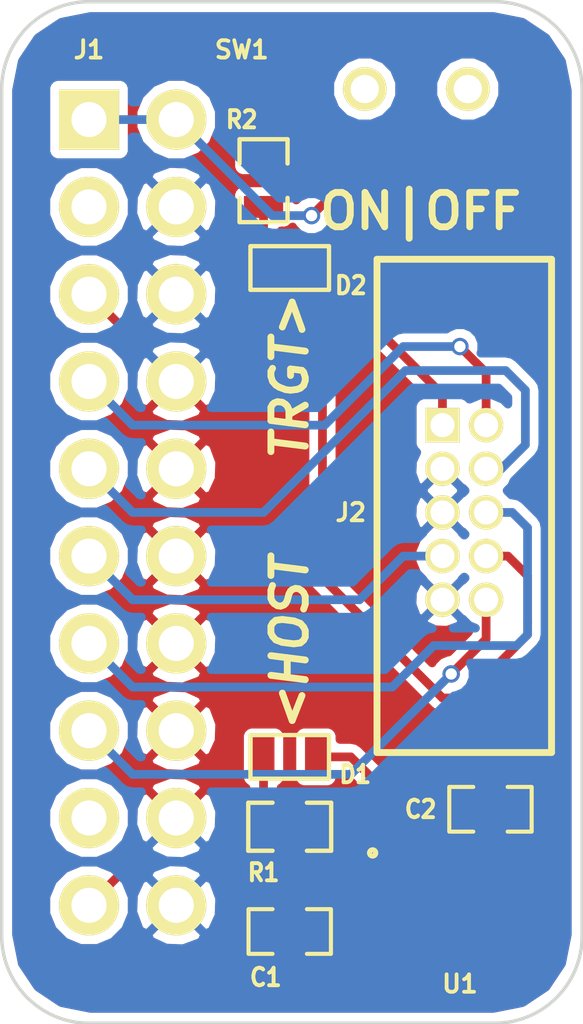
<source format=kicad_pcb>
(kicad_pcb (version 4) (host pcbnew "(2014-10-18 BZR 5203)-product")

  (general
    (links 34)
    (no_connects 0)
    (area 192.032429 150.992 218.001002 181.279001)
    (thickness 1.6)
    (drawings 15)
    (tracks 84)
    (zones 0)
    (modules 10)
    (nets 17)
  )

  (page A3)
  (layers
    (0 F.Cu signal)
    (31 B.Cu signal)
    (32 B.Adhes user)
    (33 F.Adhes user)
    (34 B.Paste user)
    (35 F.Paste user)
    (36 B.SilkS user)
    (37 F.SilkS user)
    (38 B.Mask user)
    (39 F.Mask user)
    (40 Dwgs.User user)
    (41 Cmts.User user)
    (42 Eco1.User user)
    (43 Eco2.User user)
    (44 Edge.Cuts user)
  )

  (setup
    (last_trace_width 0.254)
    (user_trace_width 0.35)
    (trace_clearance 0.254)
    (zone_clearance 0.254)
    (zone_45_only no)
    (trace_min 0.1524)
    (segment_width 0.2)
    (edge_width 0.1)
    (via_size 0.889)
    (via_drill 0.635)
    (via_min_size 0.508)
    (via_min_drill 0.33)
    (user_via 0.508 0.33)
    (uvia_size 0.508)
    (uvia_drill 0.127)
    (uvias_allowed no)
    (uvia_min_size 0.508)
    (uvia_min_drill 0.127)
    (pcb_text_width 0.3)
    (pcb_text_size 1.5 1.5)
    (mod_edge_width 0.15)
    (mod_text_size 1 1)
    (mod_text_width 0.15)
    (pad_size 0.75 1)
    (pad_drill 0)
    (pad_to_mask_clearance 0)
    (aux_axis_origin 0 0)
    (visible_elements 7FFFF73F)
    (pcbplotparams
      (layerselection 0x010e0_80000001)
      (usegerberextensions true)
      (excludeedgelayer true)
      (linewidth 0.150000)
      (plotframeref false)
      (viasonmask false)
      (mode 1)
      (useauxorigin false)
      (hpglpennumber 1)
      (hpglpenspeed 20)
      (hpglpendiameter 15)
      (hpglpenoverlay 2)
      (psnegative false)
      (psa4output false)
      (plotreference true)
      (plotvalue true)
      (plotinvisibletext false)
      (padsonsilk false)
      (subtractmaskfromsilk false)
      (outputformat 1)
      (mirror false)
      (drillshape 0)
      (scaleselection 1)
      (outputdirectory gerbers))
  )

  (net 0 "")
  (net 1 /5V)
  (net 2 /NRST)
  (net 3 /RTCK)
  (net 4 /SWO/TDO)
  (net 5 /TCLK/SWCLK)
  (net 6 /TDI)
  (net 7 /TMS/SWDIO)
  (net 8 /VCC)
  (net 9 GND)
  (net 10 "Net-(C2-Pad1)")
  (net 11 "Net-(D1-Pad2)")
  (net 12 "Net-(D2-Pad2)")
  (net 13 /TRST)
  (net 14 "Net-(J1-Pad17)")
  (net 15 "Net-(SW1-Pad1)")
  (net 16 "Net-(U1-Pad4)")

  (net_class Default "This is the default net class."
    (clearance 0.254)
    (trace_width 0.254)
    (via_dia 0.889)
    (via_drill 0.635)
    (uvia_dia 0.508)
    (uvia_drill 0.127)
    (add_net /5V)
    (add_net /NRST)
    (add_net /RTCK)
    (add_net /SWO/TDO)
    (add_net /TCLK/SWCLK)
    (add_net /TDI)
    (add_net /TMS/SWDIO)
    (add_net /TRST)
    (add_net /VCC)
    (add_net GND)
    (add_net "Net-(C2-Pad1)")
    (add_net "Net-(D1-Pad2)")
    (add_net "Net-(D2-Pad2)")
    (add_net "Net-(J1-Pad17)")
    (add_net "Net-(SW1-Pad1)")
    (add_net "Net-(U1-Pad4)")
  )

  (module kicadlib:ARM_20_PIN_TH_RIGHTANGLE (layer F.Cu) (tedit 544FED31) (tstamp 544FD6BC)
    (at 200.025 154.94)
    (path /52E9849C)
    (fp_text reference J1 (at 0 -2.032) (layer F.SilkS)
      (effects (font (size 0.508 0.508) (thickness 0.11)))
    )
    (fp_text value SFH11-PBPC-D10-RA-BK (at 0 25.4) (layer F.SilkS) hide
      (effects (font (size 0.75 0.75) (thickness 0.12)))
    )
    (pad 1 thru_hole rect (at 0 0) (size 1.75 1.75) (drill 1.02) (layers *.Cu *.Mask F.SilkS)
      (net 8 /VCC))
    (pad 2 thru_hole circle (at 2.54 0) (size 1.75 1.75) (drill 1.02) (layers *.Cu *.Mask F.SilkS)
      (net 8 /VCC))
    (pad 3 thru_hole circle (at 0 2.54) (size 1.75 1.75) (drill 1.02) (layers *.Cu *.Mask F.SilkS)
      (net 13 /TRST))
    (pad 4 thru_hole circle (at 2.54 2.54) (size 1.75 1.75) (drill 1.02) (layers *.Cu *.Mask F.SilkS)
      (net 9 GND))
    (pad 5 thru_hole circle (at 0 5.08) (size 1.75 1.75) (drill 1.02) (layers *.Cu *.Mask F.SilkS)
      (net 6 /TDI))
    (pad 6 thru_hole circle (at 2.54 5.08) (size 1.75 1.75) (drill 1.02) (layers *.Cu *.Mask F.SilkS)
      (net 9 GND))
    (pad 7 thru_hole circle (at 0 7.62) (size 1.75 1.75) (drill 1.02) (layers *.Cu *.Mask F.SilkS)
      (net 7 /TMS/SWDIO))
    (pad 8 thru_hole circle (at 2.54 7.62) (size 1.75 1.75) (drill 1.02) (layers *.Cu *.Mask F.SilkS)
      (net 9 GND))
    (pad 9 thru_hole circle (at 0 10.16) (size 1.75 1.75) (drill 1.02) (layers *.Cu *.Mask F.SilkS)
      (net 5 /TCLK/SWCLK))
    (pad 10 thru_hole circle (at 2.54 10.16) (size 1.75 1.75) (drill 1.02) (layers *.Cu *.Mask F.SilkS)
      (net 9 GND))
    (pad 11 thru_hole circle (at 0 12.7) (size 1.75 1.75) (drill 1.02) (layers *.Cu *.Mask F.SilkS)
      (net 3 /RTCK))
    (pad 12 thru_hole circle (at 2.54 12.7) (size 1.75 1.75) (drill 1.02) (layers *.Cu *.Mask F.SilkS)
      (net 9 GND))
    (pad 13 thru_hole circle (at 0 15.24) (size 1.75 1.75) (drill 1.02) (layers *.Cu *.Mask F.SilkS)
      (net 4 /SWO/TDO))
    (pad 14 thru_hole circle (at 2.54 15.24) (size 1.75 1.75) (drill 1.02) (layers *.Cu *.Mask F.SilkS)
      (net 9 GND))
    (pad 15 thru_hole circle (at 0 17.78) (size 1.75 1.75) (drill 1.02) (layers *.Cu *.Mask F.SilkS)
      (net 2 /NRST))
    (pad 16 thru_hole circle (at 2.54 17.78) (size 1.75 1.75) (drill 1.02) (layers *.Cu *.Mask F.SilkS)
      (net 9 GND))
    (pad 17 thru_hole circle (at 0 20.32) (size 1.75 1.75) (drill 1.02) (layers *.Cu *.Mask F.SilkS)
      (net 14 "Net-(J1-Pad17)"))
    (pad 18 thru_hole circle (at 2.54 20.32) (size 1.75 1.75) (drill 1.02) (layers *.Cu *.Mask F.SilkS)
      (net 9 GND))
    (pad 19 thru_hole circle (at 0 22.86) (size 1.75 1.75) (drill 1.02) (layers *.Cu *.Mask F.SilkS)
      (net 1 /5V))
    (pad 20 thru_hole circle (at 2.54 22.86) (size 1.75 1.75) (drill 1.02) (layers *.Cu *.Mask F.SilkS)
      (net 9 GND))
  )

  (module kicadlib:ARM_10_PIN (layer F.Cu) (tedit 544FED1F) (tstamp 544FD6D3)
    (at 210.312 166.37)
    (path /52E97CAC)
    (fp_text reference J2 (at -2.667 0) (layer F.SilkS)
      (effects (font (size 0.508 0.508) (thickness 0.11)))
    )
    (fp_text value 20021111-00010T4LF (at 1 4) (layer F.SilkS) hide
      (effects (font (size 0.75 0.75) (thickness 0.12)))
    )
    (pad 1 thru_hole rect (at 0 -2.54) (size 1 1) (drill 0.70104) (layers *.Cu *.Mask F.SilkS)
      (net 8 /VCC))
    (pad 2 thru_hole circle (at 1.27 -2.54) (size 1 1) (drill 0.70104) (layers *.Cu *.Mask F.SilkS)
      (net 7 /TMS/SWDIO))
    (pad 3 thru_hole circle (at 0 -1.27) (size 1 1) (drill 0.70104) (layers *.Cu *.Mask F.SilkS)
      (net 9 GND))
    (pad 4 thru_hole circle (at 1.27 -1.27) (size 1 1) (drill 0.70104) (layers *.Cu *.Mask F.SilkS)
      (net 5 /TCLK/SWCLK))
    (pad 5 thru_hole circle (at 0 0) (size 1 1) (drill 0.70104) (layers *.Cu *.Mask F.SilkS)
      (net 9 GND))
    (pad 6 thru_hole circle (at 1.27 0) (size 1 1) (drill 0.70104) (layers *.Cu *.Mask F.SilkS)
      (net 4 /SWO/TDO))
    (pad 7 thru_hole circle (at 0 1.27) (size 1 1) (drill 0.70104) (layers *.Cu *.Mask F.SilkS)
      (net 3 /RTCK))
    (pad 8 thru_hole circle (at 1.27 1.27) (size 1 1) (drill 0.70104) (layers *.Cu *.Mask F.SilkS)
      (net 6 /TDI))
    (pad 9 thru_hole circle (at 0 2.54) (size 1 1) (drill 0.70104) (layers *.Cu *.Mask F.SilkS)
      (net 9 GND))
    (pad 10 thru_hole circle (at 1.27 2.54) (size 1 1) (drill 0.70104) (layers *.Cu *.Mask F.SilkS)
      (net 2 /NRST))
  )

  (module kicadlib:SWITCH_SLIDE_SSSS810701 (layer F.Cu) (tedit 544FED6A) (tstamp 544FD6EA)
    (at 209.55 154.051 180)
    (path /52FC3911)
    (fp_text reference SW1 (at 5.08 1.143 360) (layer F.SilkS)
      (effects (font (size 0.508 0.508) (thickness 0.11)))
    )
    (fp_text value SSSS810701 (at 0 2.1 180) (layer F.SilkS) hide
      (effects (font (size 0.75 0.75) (thickness 0.12)))
    )
    (pad "" smd rect (at -3.4 0 180) (size 0.75 1) (layers F.Cu F.Paste F.Mask))
    (pad ~ thru_hole circle (at 1.5 0 180) (size 1.27 1.27) (drill 0.82) (layers *.Cu *.Mask F.SilkS))
    (pad ~ thru_hole circle (at -1.5 0 180) (size 1.27 1.27) (drill 0.82) (layers *.Cu *.Mask F.SilkS))
    (pad 2 smd rect (at 0.75 -1.75 180) (size 0.7 1.5) (layers F.Cu F.Paste F.Mask)
      (net 10 "Net-(C2-Pad1)"))
    (pad 3 smd rect (at 2.25 -1.75 180) (size 0.7 1.5) (layers F.Cu F.Paste F.Mask)
      (net 8 /VCC))
    (pad 1 smd rect (at -2.25 -1.75 180) (size 0.7 1.5) (layers F.Cu F.Paste F.Mask)
      (net 15 "Net-(SW1-Pad1)"))
    (pad "" smd rect (at 3.4 0 180) (size 0.75 1) (layers F.Cu F.Paste F.Mask))
  )

  (module kicadlib:sot23-5_noah (layer F.Cu) (tedit 544FED0E) (tstamp 544FD6F4)
    (at 209.423 177.927)
    (path /52FC2F3B)
    (fp_text reference U1 (at 1.397 2.159) (layer F.SilkS)
      (effects (font (size 0.508 0.508) (thickness 0.11)))
    )
    (fp_text value "MIC5504-3.3YM5 TR" (at 1.397 -2.286) (layer F.SilkS) hide
      (effects (font (size 0.75 0.75) (thickness 0.12)))
    )
    (fp_circle (center -1.143 -1.651) (end -1.0795 -1.5875) (layer F.SilkS) (width 0.15))
    (pad 1 smd rect (at 0 -0.95) (size 1.3 0.55) (layers F.Cu F.Paste F.Mask)
      (net 1 /5V))
    (pad 2 smd rect (at 0 0) (size 1.3 0.55) (layers F.Cu F.Paste F.Mask)
      (net 9 GND))
    (pad 3 smd rect (at 0 0.95) (size 1.3 0.55) (layers F.Cu F.Paste F.Mask)
      (net 1 /5V))
    (pad 4 smd rect (at 2.5 0.95) (size 1.3 0.55) (layers F.Cu F.Paste F.Mask)
      (net 16 "Net-(U1-Pad4)"))
    (pad 5 smd rect (at 2.5 -0.95) (size 1.3 0.55) (layers F.Cu F.Paste F.Mask)
      (net 10 "Net-(C2-Pad1)"))
  )

  (module SMD_Packages:SMD-0603_c (layer F.Cu) (tedit 544FF1CE) (tstamp 544FEC7D)
    (at 205.867 178.562 180)
    (path /531B43FC)
    (attr smd)
    (fp_text reference C1 (at 0.6985 -1.3335 360) (layer F.SilkS)
      (effects (font (size 0.508 0.4572) (thickness 0.1143)))
    )
    (fp_text value 1.0uF (at -1.651 0 270) (layer F.SilkS) hide
      (effects (font (size 0.508 0.4572) (thickness 0.1143)))
    )
    (fp_line (start 0.50038 0.65024) (end 1.19888 0.65024) (layer F.SilkS) (width 0.11938))
    (fp_line (start -0.50038 0.65024) (end -1.19888 0.65024) (layer F.SilkS) (width 0.11938))
    (fp_line (start 0.50038 -0.65024) (end 1.19888 -0.65024) (layer F.SilkS) (width 0.11938))
    (fp_line (start -1.19888 -0.65024) (end -0.50038 -0.65024) (layer F.SilkS) (width 0.11938))
    (fp_line (start 1.19888 -0.635) (end 1.19888 0.635) (layer F.SilkS) (width 0.11938))
    (fp_line (start -1.19888 0.635) (end -1.19888 -0.635) (layer F.SilkS) (width 0.11938))
    (pad 1 smd rect (at -0.762 0 180) (size 0.635 1.143) (layers F.Cu F.Paste F.Mask)
      (net 1 /5V))
    (pad 2 smd rect (at 0.762 0 180) (size 0.635 1.143) (layers F.Cu F.Paste F.Mask)
      (net 9 GND))
    (model smd\capacitors\C0603.wrl
      (at (xyz 0 0 0.001))
      (scale (xyz 0.5 0.5 0.5))
      (rotate (xyz 0 0 0))
    )
  )

  (module SMD_Packages:SMD-0603_c (layer F.Cu) (tedit 544FECF7) (tstamp 544FEC82)
    (at 211.709 175.006 180)
    (path /52FC3072)
    (attr smd)
    (fp_text reference C2 (at 2.032 0 360) (layer F.SilkS)
      (effects (font (size 0.508 0.4572) (thickness 0.1143)))
    )
    (fp_text value 1.0uF (at -1.651 0 270) (layer F.SilkS) hide
      (effects (font (size 0.508 0.4572) (thickness 0.1143)))
    )
    (fp_line (start 0.50038 0.65024) (end 1.19888 0.65024) (layer F.SilkS) (width 0.11938))
    (fp_line (start -0.50038 0.65024) (end -1.19888 0.65024) (layer F.SilkS) (width 0.11938))
    (fp_line (start 0.50038 -0.65024) (end 1.19888 -0.65024) (layer F.SilkS) (width 0.11938))
    (fp_line (start -1.19888 -0.65024) (end -0.50038 -0.65024) (layer F.SilkS) (width 0.11938))
    (fp_line (start 1.19888 -0.635) (end 1.19888 0.635) (layer F.SilkS) (width 0.11938))
    (fp_line (start -1.19888 0.635) (end -1.19888 -0.635) (layer F.SilkS) (width 0.11938))
    (pad 1 smd rect (at -0.762 0 180) (size 0.635 1.143) (layers F.Cu F.Paste F.Mask)
      (net 10 "Net-(C2-Pad1)"))
    (pad 2 smd rect (at 0.762 0 180) (size 0.635 1.143) (layers F.Cu F.Paste F.Mask)
      (net 9 GND))
    (model smd\capacitors\C0603.wrl
      (at (xyz 0 0 0.001))
      (scale (xyz 0.5 0.5 0.5))
      (rotate (xyz 0 0 0))
    )
  )

  (module SMD_Packages:SMD-0603 (layer F.Cu) (tedit 544FECEC) (tstamp 544FEC87)
    (at 205.867 173.482 180)
    (path /531B42E2)
    (attr smd)
    (fp_text reference D1 (at -1.905 -0.508 180) (layer F.SilkS)
      (effects (font (size 0.508 0.4572) (thickness 0.1143)))
    )
    (fp_text value LED (at 0 0 180) (layer F.SilkS) hide
      (effects (font (size 0.508 0.4572) (thickness 0.1143)))
    )
    (fp_line (start -1.143 -0.635) (end 1.143 -0.635) (layer F.SilkS) (width 0.127))
    (fp_line (start 1.143 -0.635) (end 1.143 0.635) (layer F.SilkS) (width 0.127))
    (fp_line (start 1.143 0.635) (end -1.143 0.635) (layer F.SilkS) (width 0.127))
    (fp_line (start -1.143 0.635) (end -1.143 -0.635) (layer F.SilkS) (width 0.127))
    (pad 1 smd rect (at -0.762 0 180) (size 0.635 1.143) (layers F.Cu F.Paste F.Mask)
      (net 1 /5V))
    (pad 2 smd rect (at 0.762 0 180) (size 0.635 1.143) (layers F.Cu F.Paste F.Mask)
      (net 11 "Net-(D1-Pad2)"))
    (model smd\resistors\R0603.wrl
      (at (xyz 0 0 0.001))
      (scale (xyz 0.5 0.5 0.5))
      (rotate (xyz 0 0 0))
    )
  )

  (module SMD_Packages:SMD-0603 (layer F.Cu) (tedit 544FED73) (tstamp 544FEC8C)
    (at 205.867 159.258 180)
    (path /531B4083)
    (attr smd)
    (fp_text reference D2 (at -1.778 -0.508 180) (layer F.SilkS)
      (effects (font (size 0.508 0.4572) (thickness 0.1143)))
    )
    (fp_text value LED (at 0 0 180) (layer F.SilkS) hide
      (effects (font (size 0.508 0.4572) (thickness 0.1143)))
    )
    (fp_line (start -1.143 -0.635) (end 1.143 -0.635) (layer F.SilkS) (width 0.127))
    (fp_line (start 1.143 -0.635) (end 1.143 0.635) (layer F.SilkS) (width 0.127))
    (fp_line (start 1.143 0.635) (end -1.143 0.635) (layer F.SilkS) (width 0.127))
    (fp_line (start -1.143 0.635) (end -1.143 -0.635) (layer F.SilkS) (width 0.127))
    (pad 1 smd rect (at -0.762 0 180) (size 0.635 1.143) (layers F.Cu F.Paste F.Mask)
      (net 8 /VCC))
    (pad 2 smd rect (at 0.762 0 180) (size 0.635 1.143) (layers F.Cu F.Paste F.Mask)
      (net 12 "Net-(D2-Pad2)"))
    (model smd\resistors\R0603.wrl
      (at (xyz 0 0 0.001))
      (scale (xyz 0.5 0.5 0.5))
      (rotate (xyz 0 0 0))
    )
  )

  (module SMD_Packages:SMD-0603_r (layer F.Cu) (tedit 544FF1D5) (tstamp 544FF35F)
    (at 205.867 175.514 180)
    (path /531B42E8)
    (attr smd)
    (fp_text reference R1 (at 0.762 -1.3335 360) (layer F.SilkS)
      (effects (font (size 0.50038 0.4572) (thickness 0.1143)))
    )
    (fp_text value 1K (at -1.69926 0 270) (layer F.SilkS) hide
      (effects (font (size 0.508 0.4572) (thickness 0.1143)))
    )
    (fp_line (start -0.50038 -0.6985) (end -1.2065 -0.6985) (layer F.SilkS) (width 0.127))
    (fp_line (start -1.2065 -0.6985) (end -1.2065 0.6985) (layer F.SilkS) (width 0.127))
    (fp_line (start -1.2065 0.6985) (end -0.50038 0.6985) (layer F.SilkS) (width 0.127))
    (fp_line (start 1.2065 -0.6985) (end 0.50038 -0.6985) (layer F.SilkS) (width 0.127))
    (fp_line (start 1.2065 -0.6985) (end 1.2065 0.6985) (layer F.SilkS) (width 0.127))
    (fp_line (start 1.2065 0.6985) (end 0.50038 0.6985) (layer F.SilkS) (width 0.127))
    (pad 1 smd rect (at -0.762 0 180) (size 0.635 1.143) (layers F.Cu F.Paste F.Mask)
      (net 9 GND))
    (pad 2 smd rect (at 0.762 0 180) (size 0.635 1.143) (layers F.Cu F.Paste F.Mask)
      (net 11 "Net-(D1-Pad2)"))
    (model smd\resistors\R0603.wrl
      (at (xyz 0 0 0.001))
      (scale (xyz 0.5 0.5 0.5))
      (rotate (xyz 0 0 0))
    )
  )

  (module SMD_Packages:SMD-0603_r (layer F.Cu) (tedit 544FED67) (tstamp 544FEC96)
    (at 205.105 156.718 270)
    (path /531B40CC)
    (attr smd)
    (fp_text reference R2 (at -1.778 0.635 540) (layer F.SilkS)
      (effects (font (size 0.50038 0.4572) (thickness 0.1143)))
    )
    (fp_text value 500R (at -1.69926 0 360) (layer F.SilkS) hide
      (effects (font (size 0.508 0.4572) (thickness 0.1143)))
    )
    (fp_line (start -0.50038 -0.6985) (end -1.2065 -0.6985) (layer F.SilkS) (width 0.127))
    (fp_line (start -1.2065 -0.6985) (end -1.2065 0.6985) (layer F.SilkS) (width 0.127))
    (fp_line (start -1.2065 0.6985) (end -0.50038 0.6985) (layer F.SilkS) (width 0.127))
    (fp_line (start 1.2065 -0.6985) (end 0.50038 -0.6985) (layer F.SilkS) (width 0.127))
    (fp_line (start 1.2065 -0.6985) (end 1.2065 0.6985) (layer F.SilkS) (width 0.127))
    (fp_line (start 1.2065 0.6985) (end 0.50038 0.6985) (layer F.SilkS) (width 0.127))
    (pad 1 smd rect (at -0.762 0 270) (size 0.635 1.143) (layers F.Cu F.Paste F.Mask)
      (net 9 GND))
    (pad 2 smd rect (at 0.762 0 270) (size 0.635 1.143) (layers F.Cu F.Paste F.Mask)
      (net 12 "Net-(D2-Pad2)"))
    (model smd\resistors\R0603.wrl
      (at (xyz 0 0 0.001))
      (scale (xyz 0.5 0.5 0.5))
      (rotate (xyz 0 0 0))
    )
  )

  (gr_line (start 200.025 181.229) (end 211.836 181.229) (angle 90) (layer Edge.Cuts) (width 0.1))
  (gr_line (start 197.485 154.051) (end 197.485 178.689) (angle 90) (layer Edge.Cuts) (width 0.1))
  (gr_line (start 211.836 151.511) (end 200.025 151.511) (angle 90) (layer Edge.Cuts) (width 0.1))
  (gr_line (start 214.376 154.051) (end 214.376 178.689) (angle 90) (layer Edge.Cuts) (width 0.1))
  (gr_arc (start 211.836 154.051) (end 211.836 151.511) (angle 90) (layer Edge.Cuts) (width 0.1))
  (gr_arc (start 200.025 154.051) (end 197.485 154.051) (angle 90) (layer Edge.Cuts) (width 0.1))
  (gr_arc (start 200.025 178.689) (end 200.025 181.229) (angle 90) (layer Edge.Cuts) (width 0.1))
  (gr_arc (start 211.836 178.689) (end 214.376 178.689) (angle 90) (layer Edge.Cuts) (width 0.1))
  (gr_line (start 208.407 159.004) (end 208.407 173.355) (angle 90) (layer F.SilkS) (width 0.2))
  (gr_line (start 213.487 159.004) (end 208.407 159.004) (angle 90) (layer F.SilkS) (width 0.2))
  (gr_line (start 213.487 173.355) (end 213.487 159.004) (angle 90) (layer F.SilkS) (width 0.2))
  (gr_line (start 208.407 173.355) (end 213.487 173.355) (angle 90) (layer F.SilkS) (width 0.2))
  (gr_text ON|OFF (at 209.677 157.607) (layer F.SilkS)
    (effects (font (size 1 1) (thickness 0.2)))
  )
  (gr_text <HOST (at 205.867 170.18 90) (layer F.SilkS)
    (effects (font (size 1 1) (thickness 0.2) italic))
  )
  (gr_text TRGT> (at 205.867 162.433 90) (layer F.SilkS)
    (effects (font (size 1 1) (thickness 0.2) italic))
  )

  (segment (start 209.423 178.877) (end 207.2665 178.877) (width 0.254) (layer F.Cu) (net 1))
  (segment (start 207.076 178.877) (end 206.944 178.877) (width 0.254) (layer F.Cu) (net 1) (tstamp 544FEDD4))
  (segment (start 207.2665 178.877) (end 207.076 178.877) (width 0.254) (layer F.Cu) (net 1) (tstamp 544FEDD3))
  (segment (start 206.944 178.877) (end 206.629 178.562) (width 0.254) (layer F.Cu) (net 1) (tstamp 544FEDD9))
  (segment (start 208.788 174.625) (end 208.788 176.342) (width 0.254) (layer F.Cu) (net 1) (tstamp 544FEDBA))
  (segment (start 208.788 176.342) (end 209.423 176.977) (width 0.254) (layer F.Cu) (net 1) (tstamp 544FEDBE))
  (segment (start 206.629 173.482) (end 207.645 173.482) (width 0.254) (layer F.Cu) (net 1))
  (segment (start 207.645 173.482) (end 208.788 174.625) (width 0.254) (layer F.Cu) (net 1) (tstamp 544FEDAD))
  (segment (start 200.025 177.8) (end 201.295 176.53) (width 0.254) (layer F.Cu) (net 1))
  (segment (start 201.295 176.53) (end 203.7715 176.53) (width 0.254) (layer F.Cu) (net 1) (tstamp 544FF1E5))
  (segment (start 203.7715 176.53) (end 204.2795 177.038) (width 0.254) (layer F.Cu) (net 1) (tstamp 544FF1E8))
  (segment (start 204.2795 177.038) (end 206.1845 177.038) (width 0.254) (layer F.Cu) (net 1) (tstamp 544FF1E9))
  (segment (start 206.1845 177.038) (end 206.629 177.4825) (width 0.254) (layer F.Cu) (net 1) (tstamp 544FF1ED))
  (segment (start 206.629 177.4825) (end 206.629 178.562) (width 0.254) (layer F.Cu) (net 1) (tstamp 544FF1EF))
  (segment (start 206.629 177.4825) (end 207.1345 176.977) (width 0.254) (layer F.Cu) (net 1))
  (segment (start 207.1345 176.977) (end 209.423 176.977) (width 0.254) (layer F.Cu) (net 1) (tstamp 544FF2AF))
  (segment (start 200.025 172.72) (end 201.295 173.99) (width 0.254) (layer B.Cu) (net 2))
  (segment (start 207.645 173.99) (end 209.32775 172.30725) (width 0.254) (layer B.Cu) (net 2) (tstamp 544FEED3))
  (segment (start 201.295 173.99) (end 207.645 173.99) (width 0.254) (layer B.Cu) (net 2) (tstamp 544FEECD))
  (via (at 210.566 171.069) (size 0.508) (drill 0.33) (layers F.Cu B.Cu) (net 2))
  (segment (start 210.566 171.069) (end 211.582 170.053) (width 0.254) (layer F.Cu) (net 2) (tstamp 544FF048))
  (segment (start 211.582 170.053) (end 211.582 168.91) (width 0.254) (layer F.Cu) (net 2) (tstamp 544FF049))
  (segment (start 209.32775 172.30725) (end 210.566 171.069) (width 0.254) (layer B.Cu) (net 2))
  (segment (start 200.025 167.64) (end 201.295 168.91) (width 0.254) (layer B.Cu) (net 3))
  (segment (start 209.169 167.64) (end 210.312 167.64) (width 0.254) (layer B.Cu) (net 3) (tstamp 544FEF2B))
  (segment (start 207.899 168.91) (end 209.169 167.64) (width 0.254) (layer B.Cu) (net 3) (tstamp 544FEF27))
  (segment (start 201.295 168.91) (end 207.899 168.91) (width 0.254) (layer B.Cu) (net 3) (tstamp 544FEF1F))
  (segment (start 212.7885 169.545) (end 212.7885 166.8145) (width 0.254) (layer B.Cu) (net 4) (tstamp 544FF05A))
  (segment (start 212.7885 166.8145) (end 212.344 166.37) (width 0.254) (layer B.Cu) (net 4) (tstamp 544FEF44))
  (segment (start 212.344 166.37) (end 211.582 166.37) (width 0.254) (layer B.Cu) (net 4) (tstamp 544FEF46))
  (segment (start 212.7885 169.545) (end 212.7885 169.6085) (width 0.254) (layer B.Cu) (net 4))
  (segment (start 212.471 170.2435) (end 212.7885 169.926) (width 0.254) (layer B.Cu) (net 4) (tstamp 544FF18A))
  (segment (start 212.7885 169.926) (end 212.7885 169.545) (width 0.254) (layer B.Cu) (net 4) (tstamp 544FF18B))
  (segment (start 209.931 170.3705) (end 210.058 170.2435) (width 0.254) (layer B.Cu) (net 4))
  (segment (start 210.058 170.2435) (end 212.1535 170.2435) (width 0.254) (layer B.Cu) (net 4) (tstamp 544FF050))
  (segment (start 208.8515 171.45) (end 209.931 170.3705) (width 0.254) (layer B.Cu) (net 4) (tstamp 544FEF33))
  (segment (start 200.025 170.18) (end 201.295 171.45) (width 0.254) (layer B.Cu) (net 4))
  (segment (start 201.295 171.45) (end 208.8515 171.45) (width 0.254) (layer B.Cu) (net 4) (tstamp 544FEF2F))
  (segment (start 212.1535 170.2435) (end 212.471 170.2435) (width 0.254) (layer B.Cu) (net 4))
  (segment (start 212.0265 165.1) (end 211.582 165.1) (width 0.254) (layer B.Cu) (net 5) (tstamp 544FF109))
  (segment (start 201.295 166.37) (end 205.105 166.37) (width 0.254) (layer B.Cu) (net 5) (tstamp 544FF0F4))
  (segment (start 205.105 166.37) (end 209.2325 162.2425) (width 0.254) (layer B.Cu) (net 5) (tstamp 544FF0FA))
  (segment (start 209.2325 162.2425) (end 212.1535 162.2425) (width 0.254) (layer B.Cu) (net 5) (tstamp 544FF0FD))
  (segment (start 212.1535 162.2425) (end 212.725 162.814) (width 0.254) (layer B.Cu) (net 5) (tstamp 544FF102))
  (segment (start 212.725 162.814) (end 212.725 164.4015) (width 0.254) (layer B.Cu) (net 5) (tstamp 544FF103))
  (segment (start 212.725 164.4015) (end 212.0265 165.1) (width 0.254) (layer B.Cu) (net 5) (tstamp 544FF106))
  (segment (start 200.025 165.1) (end 201.295 166.37) (width 0.254) (layer B.Cu) (net 5))
  (segment (start 201.295 161.29) (end 206.8195 161.29) (width 0.254) (layer F.Cu) (net 6) (tstamp 544FF15B))
  (segment (start 206.8195 161.29) (end 206.8195 168.275) (width 0.254) (layer F.Cu) (net 6) (tstamp 544FF15E))
  (segment (start 206.8195 168.275) (end 210.312 171.7675) (width 0.254) (layer F.Cu) (net 6) (tstamp 544FF163))
  (segment (start 210.312 171.7675) (end 210.947 171.7675) (width 0.254) (layer F.Cu) (net 6) (tstamp 544FF169))
  (segment (start 210.947 171.7675) (end 212.7885 169.926) (width 0.254) (layer F.Cu) (net 6) (tstamp 544FF174))
  (segment (start 212.7885 169.926) (end 212.7885 168.2115) (width 0.254) (layer F.Cu) (net 6) (tstamp 544FF17D))
  (segment (start 212.7885 168.2115) (end 212.217 167.64) (width 0.254) (layer F.Cu) (net 6) (tstamp 544FF182))
  (segment (start 212.217 167.64) (end 211.582 167.64) (width 0.254) (layer F.Cu) (net 6) (tstamp 544FF183))
  (segment (start 200.025 160.02) (end 201.295 161.29) (width 0.254) (layer F.Cu) (net 6))
  (segment (start 201.295 163.83) (end 206.883 163.83) (width 0.254) (layer B.Cu) (net 7) (tstamp 544FF10C))
  (segment (start 206.883 163.83) (end 209.042 161.671) (width 0.254) (layer B.Cu) (net 7) (tstamp 544FF112))
  (segment (start 200.025 162.56) (end 201.295 163.83) (width 0.254) (layer B.Cu) (net 7))
  (segment (start 211.582 162.306) (end 210.82 161.544) (width 0.254) (layer F.Cu) (net 7) (tstamp 544FF136))
  (via (at 210.82 161.544) (size 0.508) (drill 0.33) (layers F.Cu B.Cu) (net 7))
  (segment (start 210.82 161.544) (end 209.169 161.544) (width 0.254) (layer B.Cu) (net 7) (tstamp 544FF13D))
  (segment (start 209.169 161.544) (end 209.042 161.671) (width 0.254) (layer B.Cu) (net 7) (tstamp 544FF13E))
  (segment (start 211.582 163.83) (end 211.582 162.306) (width 0.254) (layer F.Cu) (net 7))
  (segment (start 202.565 154.94) (end 200.025 154.94) (width 0.254) (layer B.Cu) (net 8))
  (segment (start 207.2285 155.801) (end 207.3 155.801) (width 0.254) (layer F.Cu) (net 8) (tstamp 544FEE0D))
  (segment (start 206.629 159.258) (end 207.3 158.587) (width 0.254) (layer F.Cu) (net 8))
  (segment (start 207.3 158.587) (end 207.3 155.801) (width 0.254) (layer F.Cu) (net 8) (tstamp 544FEDF6))
  (segment (start 210.312 163.83) (end 210.312 162.941) (width 0.254) (layer F.Cu) (net 8))
  (segment (start 210.312 162.941) (end 206.629 159.258) (width 0.254) (layer F.Cu) (net 8) (tstamp 544FEDF1))
  (segment (start 205.359 157.734) (end 206.502 157.734) (width 0.254) (layer B.Cu) (net 8) (tstamp 544FF397))
  (via (at 206.502 157.734) (size 0.508) (drill 0.33) (layers F.Cu B.Cu) (net 8))
  (segment (start 206.502 157.734) (end 207.3 156.936) (width 0.254) (layer F.Cu) (net 8) (tstamp 544FF39E))
  (segment (start 207.3 156.936) (end 207.3 155.801) (width 0.254) (layer F.Cu) (net 8) (tstamp 544FF39F))
  (segment (start 202.565 154.94) (end 205.359 157.734) (width 0.254) (layer B.Cu) (net 8))
  (segment (start 211.923 176.977) (end 212.471 176.429) (width 0.254) (layer F.Cu) (net 10))
  (segment (start 212.471 176.429) (end 212.471 175.006) (width 0.254) (layer F.Cu) (net 10) (tstamp 544FEDE2))
  (segment (start 208.8 156.1585) (end 208.8 155.801) (width 0.254) (layer F.Cu) (net 10) (tstamp 544FF1BD))
  (segment (start 212.471 171.2595) (end 213.36 170.3705) (width 0.254) (layer F.Cu) (net 10) (tstamp 544FF19D))
  (segment (start 213.36 170.3705) (end 213.36 160.7185) (width 0.254) (layer F.Cu) (net 10) (tstamp 544FF1A0))
  (segment (start 213.36 160.7185) (end 208.8 156.1585) (width 0.254) (layer F.Cu) (net 10) (tstamp 544FF1B9))
  (segment (start 212.471 175.006) (end 212.471 171.2595) (width 0.254) (layer F.Cu) (net 10))
  (segment (start 205.105 175.514) (end 205.105 173.482) (width 0.254) (layer F.Cu) (net 11))
  (segment (start 205.105 157.48) (end 205.105 159.258) (width 0.254) (layer F.Cu) (net 12))

  (zone (net 9) (net_name GND) (layer F.Cu) (tstamp 544EF718) (hatch edge 0.508)
    (connect_pads (clearance 0.254))
    (min_thickness 0.254)
    (fill yes (arc_segments 16) (thermal_gap 0.254) (thermal_bridge_width 0.255) (smoothing chamfer))
    (polygon
      (pts
        (xy 214.376 181.229) (xy 197.485 181.229) (xy 197.485 151.511) (xy 214.376 151.511)
      )
    )
    (filled_polygon
      (pts
        (xy 213.945 178.646552) (xy 213.868 179.033656) (xy 213.868 170.3705) (xy 213.868 160.7185) (xy 213.829331 160.524097)
        (xy 213.71921 160.35929) (xy 213.706 160.34608) (xy 213.706 154.626785) (xy 213.706 154.475214) (xy 213.706 153.475214)
        (xy 213.647996 153.33518) (xy 213.540819 153.228004) (xy 213.400785 153.17) (xy 213.249214 153.17) (xy 212.499214 153.17)
        (xy 212.35918 153.228004) (xy 212.252004 153.335181) (xy 212.194 153.475215) (xy 212.194 153.626786) (xy 212.194 154.626786)
        (xy 212.211899 154.67) (xy 212.074214 154.67) (xy 211.868015 154.67) (xy 211.910821 154.627269) (xy 212.065824 154.253982)
        (xy 212.066176 153.849792) (xy 211.911825 153.476234) (xy 211.626269 153.190179) (xy 211.252982 153.035176) (xy 210.848792 153.034824)
        (xy 210.475234 153.189175) (xy 210.189179 153.474731) (xy 210.034176 153.848018) (xy 210.033824 154.252208) (xy 210.188175 154.625766)
        (xy 210.473731 154.911821) (xy 210.847018 155.066824) (xy 211.069 155.067017) (xy 211.069 155.126786) (xy 211.069 156.626786)
        (xy 211.127004 156.76682) (xy 211.234181 156.873996) (xy 211.374215 156.932) (xy 211.525786 156.932) (xy 212.225786 156.932)
        (xy 212.36582 156.873996) (xy 212.472996 156.766819) (xy 212.531 156.626785) (xy 212.531 156.475214) (xy 212.531 154.975214)
        (xy 212.5131 154.932) (xy 212.650786 154.932) (xy 213.400786 154.932) (xy 213.54082 154.873996) (xy 213.647996 154.766819)
        (xy 213.706 154.626785) (xy 213.706 160.34608) (xy 209.531 156.17108) (xy 209.531 154.975214) (xy 209.472996 154.83518)
        (xy 209.365819 154.728004) (xy 209.225785 154.67) (xy 209.074214 154.67) (xy 208.868015 154.67) (xy 208.910821 154.627269)
        (xy 209.065824 154.253982) (xy 209.066176 153.849792) (xy 208.911825 153.476234) (xy 208.626269 153.190179) (xy 208.252982 153.035176)
        (xy 207.848792 153.034824) (xy 207.475234 153.189175) (xy 207.189179 153.474731) (xy 207.034176 153.848018) (xy 207.033824 154.252208)
        (xy 207.188175 154.625766) (xy 207.232331 154.67) (xy 206.888099 154.67) (xy 206.906 154.626785) (xy 206.906 154.475214)
        (xy 206.906 153.475214) (xy 206.847996 153.33518) (xy 206.740819 153.228004) (xy 206.600785 153.17) (xy 206.449214 153.17)
        (xy 205.699214 153.17) (xy 205.55918 153.228004) (xy 205.452004 153.335181) (xy 205.394 153.475215) (xy 205.394 153.626786)
        (xy 205.394 154.626786) (xy 205.452004 154.76682) (xy 205.559181 154.873996) (xy 205.699215 154.932) (xy 205.850786 154.932)
        (xy 206.5869 154.932) (xy 206.569 154.975215) (xy 206.569 155.126786) (xy 206.569 156.626786) (xy 206.627004 156.76682)
        (xy 206.688881 156.828697) (xy 206.418652 157.098927) (xy 206.376245 157.09889) (xy 206.142772 157.19536) (xy 206.0575 157.280482)
        (xy 206.0575 157.086714) (xy 206.0575 156.349286) (xy 206.0575 156.05175) (xy 206.0575 155.86025) (xy 206.0575 155.562714)
        (xy 205.999496 155.42268) (xy 205.892319 155.315504) (xy 205.752285 155.2575) (xy 205.600714 155.2575) (xy 205.20075 155.2575)
        (xy 205.1055 155.35275) (xy 205.1055 155.9555) (xy 205.96225 155.9555) (xy 206.0575 155.86025) (xy 206.0575 156.05175)
        (xy 205.96225 155.9565) (xy 205.1055 155.9565) (xy 205.1055 156.55925) (xy 205.20075 156.6545) (xy 205.600714 156.6545)
        (xy 205.752285 156.6545) (xy 205.892319 156.596496) (xy 205.999496 156.48932) (xy 206.0575 156.349286) (xy 206.0575 157.086714)
        (xy 205.999496 156.94668) (xy 205.892319 156.839504) (xy 205.752285 156.7815) (xy 205.600714 156.7815) (xy 205.1045 156.7815)
        (xy 205.1045 156.55925) (xy 205.1045 155.9565) (xy 205.1045 155.9555) (xy 205.1045 155.35275) (xy 205.00925 155.2575)
        (xy 204.609286 155.2575) (xy 204.457715 155.2575) (xy 204.317681 155.315504) (xy 204.210504 155.42268) (xy 204.1525 155.562714)
        (xy 204.1525 155.86025) (xy 204.24775 155.9555) (xy 205.1045 155.9555) (xy 205.1045 155.9565) (xy 204.24775 155.9565)
        (xy 204.1525 156.05175) (xy 204.1525 156.349286) (xy 204.210504 156.48932) (xy 204.317681 156.596496) (xy 204.457715 156.6545)
        (xy 204.609286 156.6545) (xy 205.00925 156.6545) (xy 205.1045 156.55925) (xy 205.1045 156.7815) (xy 204.457714 156.7815)
        (xy 204.31768 156.839504) (xy 204.210504 156.946681) (xy 204.1525 157.086715) (xy 204.1525 157.238286) (xy 204.1525 157.873286)
        (xy 204.210504 158.01332) (xy 204.317681 158.120496) (xy 204.457715 158.1785) (xy 204.597 158.1785) (xy 204.597 158.353016)
        (xy 204.57168 158.363504) (xy 204.464504 158.470681) (xy 204.4065 158.610715) (xy 204.4065 158.762286) (xy 204.4065 159.905286)
        (xy 204.464504 160.04532) (xy 204.571681 160.152496) (xy 204.711715 160.2105) (xy 204.863286 160.2105) (xy 205.498286 160.2105)
        (xy 205.63832 160.152496) (xy 205.745496 160.045319) (xy 205.8035 159.905285) (xy 205.8035 159.753714) (xy 205.8035 158.610714)
        (xy 205.745496 158.47068) (xy 205.638319 158.363504) (xy 205.613 158.353016) (xy 205.613 158.1785) (xy 205.752286 158.1785)
        (xy 205.89232 158.120496) (xy 205.950561 158.062253) (xy 205.96336 158.093228) (xy 206.141832 158.272013) (xy 206.229087 158.308244)
        (xy 206.09568 158.363504) (xy 205.988504 158.470681) (xy 205.9305 158.610715) (xy 205.9305 158.762286) (xy 205.9305 159.905286)
        (xy 205.988504 160.04532) (xy 206.095681 160.152496) (xy 206.235715 160.2105) (xy 206.387286 160.2105) (xy 206.863079 160.2105)
        (xy 209.641012 162.988433) (xy 209.59618 163.007004) (xy 209.489004 163.114181) (xy 209.431 163.254215) (xy 209.431 163.405786)
        (xy 209.431 164.405786) (xy 209.489004 164.54582) (xy 209.563123 164.619939) (xy 209.438442 164.890792) (xy 209.424878 165.241013)
        (xy 209.54637 165.569766) (xy 209.584998 165.627579) (xy 209.743833 165.66746) (xy 210.311293 165.1) (xy 210.29715 165.085857)
        (xy 210.297857 165.08515) (xy 210.312 165.099293) (xy 210.326142 165.08515) (xy 210.326849 165.085857) (xy 210.312707 165.1)
        (xy 210.880167 165.66746) (xy 210.89893 165.662748) (xy 210.971077 165.73502) (xy 210.898762 165.807209) (xy 210.880167 165.80254)
        (xy 210.87946 165.803247) (xy 210.87946 165.801833) (xy 210.862679 165.735) (xy 210.87946 165.668167) (xy 210.312 165.100707)
        (xy 209.74454 165.668167) (xy 209.76132 165.735) (xy 209.74454 165.801833) (xy 210.312 166.369293) (xy 210.87946 165.801833)
        (xy 210.87946 165.803247) (xy 210.312707 166.37) (xy 210.880167 166.93746) (xy 210.89893 166.932748) (xy 210.971077 167.00502)
        (xy 210.946979 167.029077) (xy 210.87479 166.956762) (xy 210.87946 166.938167) (xy 210.312 166.370707) (xy 210.311293 166.371414)
        (xy 210.311293 166.37) (xy 209.743833 165.80254) (xy 209.584998 165.842421) (xy 209.438442 166.160792) (xy 209.424878 166.511013)
        (xy 209.54637 166.839766) (xy 209.584998 166.897579) (xy 209.743833 166.93746) (xy 210.311293 166.37) (xy 210.311293 166.371414)
        (xy 209.74454 166.938167) (xy 209.749251 166.95693) (xy 209.56556 167.140302) (xy 209.431153 167.463989) (xy 209.430847 167.814473)
        (xy 209.564689 168.138395) (xy 209.749209 168.323237) (xy 209.74454 168.341833) (xy 210.312 168.909293) (xy 210.87946 168.341833)
        (xy 210.874748 168.323069) (xy 210.94702 168.250922) (xy 210.971077 168.27502) (xy 210.898762 168.347209) (xy 210.880167 168.34254)
        (xy 210.312707 168.91) (xy 210.880167 169.47746) (xy 210.89893 169.472748) (xy 211.074 169.648123) (xy 211.074 169.84258)
        (xy 210.87946 170.037119) (xy 210.87946 169.478167) (xy 210.312 168.910707) (xy 210.311293 168.911414) (xy 210.311293 168.91)
        (xy 209.743833 168.34254) (xy 209.584998 168.382421) (xy 209.438442 168.700792) (xy 209.424878 169.051013) (xy 209.54637 169.379766)
        (xy 209.584998 169.437579) (xy 209.743833 169.47746) (xy 210.311293 168.91) (xy 210.311293 168.911414) (xy 209.74454 169.478167)
        (xy 209.784421 169.637002) (xy 210.102792 169.783558) (xy 210.453013 169.797122) (xy 210.781766 169.67563) (xy 210.839579 169.637002)
        (xy 210.87946 169.478167) (xy 210.87946 170.037119) (xy 210.482652 170.433927) (xy 210.440245 170.43389) (xy 210.206772 170.53036)
        (xy 210.027987 170.708832) (xy 210.011487 170.748567) (xy 207.3275 168.06458) (xy 207.3275 161.29) (xy 207.288831 161.095597)
        (xy 207.17871 160.93079) (xy 207.013903 160.820669) (xy 206.8195 160.782) (xy 203.578923 160.782) (xy 203.601326 160.772316)
        (xy 203.810339 160.318465) (xy 203.82976 159.819175) (xy 203.82976 157.279175) (xy 203.821217 157.256045) (xy 203.821217 154.691262)
        (xy 203.630405 154.229463) (xy 203.277396 153.875836) (xy 202.81593 153.684219) (xy 202.316262 153.683783) (xy 201.854463 153.874595)
        (xy 201.500836 154.227604) (xy 201.309219 154.68907) (xy 201.308783 155.188738) (xy 201.499595 155.650537) (xy 201.852604 156.004164)
        (xy 202.31407 156.195781) (xy 202.813738 156.196217) (xy 203.275537 156.005405) (xy 203.629164 155.652396) (xy 203.820781 155.19093)
        (xy 203.821217 154.691262) (xy 203.821217 157.256045) (xy 203.656634 156.81046) (xy 203.601326 156.727684) (xy 203.403527 156.64218)
        (xy 203.40282 156.642887) (xy 203.40282 156.641473) (xy 203.317316 156.443674) (xy 202.863465 156.234661) (xy 202.364175 156.21524)
        (xy 201.89546 156.388366) (xy 201.812684 156.443674) (xy 201.72718 156.641473) (xy 202.565 157.479293) (xy 203.40282 156.641473)
        (xy 203.40282 156.642887) (xy 202.565707 157.48) (xy 203.403527 158.31782) (xy 203.601326 158.232316) (xy 203.810339 157.778465)
        (xy 203.82976 157.279175) (xy 203.82976 159.819175) (xy 203.656634 159.35046) (xy 203.601326 159.267684) (xy 203.403527 159.18218)
        (xy 203.40282 159.182887) (xy 203.40282 159.181473) (xy 203.40282 158.318527) (xy 202.565 157.480707) (xy 202.564293 157.481414)
        (xy 202.564293 157.48) (xy 201.726473 156.64218) (xy 201.528674 156.727684) (xy 201.319661 157.181535) (xy 201.30024 157.680825)
        (xy 201.473366 158.14954) (xy 201.528674 158.232316) (xy 201.726473 158.31782) (xy 202.564293 157.48) (xy 202.564293 157.481414)
        (xy 201.72718 158.318527) (xy 201.812684 158.516326) (xy 202.266535 158.725339) (xy 202.765825 158.74476) (xy 203.23454 158.571634)
        (xy 203.317316 158.516326) (xy 203.40282 158.318527) (xy 203.40282 159.181473) (xy 203.317316 158.983674) (xy 202.863465 158.774661)
        (xy 202.364175 158.75524) (xy 201.89546 158.928366) (xy 201.812684 158.983674) (xy 201.72718 159.181473) (xy 202.565 160.019293)
        (xy 203.40282 159.181473) (xy 203.40282 159.182887) (xy 202.565707 160.02) (xy 202.579849 160.034142) (xy 202.579142 160.034849)
        (xy 202.565 160.020707) (xy 202.550857 160.034849) (xy 202.55015 160.034142) (xy 202.564293 160.02) (xy 201.726473 159.18218)
        (xy 201.528674 159.267684) (xy 201.319661 159.721535) (xy 201.30024 160.220825) (xy 201.473366 160.68954) (xy 201.528674 160.772316)
        (xy 201.551076 160.782) (xy 201.50542 160.782) (xy 201.196741 160.473321) (xy 201.280781 160.27093) (xy 201.281217 159.771262)
        (xy 201.281217 157.231262) (xy 201.281 157.230736) (xy 201.281 155.890785) (xy 201.281 155.739214) (xy 201.281 153.989214)
        (xy 201.222996 153.84918) (xy 201.115819 153.742004) (xy 200.975785 153.684) (xy 200.824214 153.684) (xy 199.074214 153.684)
        (xy 198.93418 153.742004) (xy 198.827004 153.849181) (xy 198.769 153.989215) (xy 198.769 154.140786) (xy 198.769 155.890786)
        (xy 198.827004 156.03082) (xy 198.934181 156.137996) (xy 199.074215 156.196) (xy 199.225786 156.196) (xy 200.975786 156.196)
        (xy 201.11582 156.137996) (xy 201.222996 156.030819) (xy 201.281 155.890785) (xy 201.281 157.230736) (xy 201.090405 156.769463)
        (xy 200.737396 156.415836) (xy 200.27593 156.224219) (xy 199.776262 156.223783) (xy 199.314463 156.414595) (xy 198.960836 156.767604)
        (xy 198.769219 157.22907) (xy 198.768783 157.728738) (xy 198.959595 158.190537) (xy 199.312604 158.544164) (xy 199.77407 158.735781)
        (xy 200.273738 158.736217) (xy 200.735537 158.545405) (xy 201.089164 158.192396) (xy 201.280781 157.73093) (xy 201.281217 157.231262)
        (xy 201.281217 159.771262) (xy 201.090405 159.309463) (xy 200.737396 158.955836) (xy 200.27593 158.764219) (xy 199.776262 158.763783)
        (xy 199.314463 158.954595) (xy 198.960836 159.307604) (xy 198.769219 159.76907) (xy 198.768783 160.268738) (xy 198.959595 160.730537)
        (xy 199.312604 161.084164) (xy 199.77407 161.275781) (xy 200.273738 161.276217) (xy 200.478281 161.191701) (xy 200.93579 161.64921)
        (xy 201.100596 161.759331) (xy 201.100597 161.759331) (xy 201.132849 161.765746) (xy 201.295 161.798) (xy 201.551076 161.798)
        (xy 201.528674 161.807684) (xy 201.319661 162.261535) (xy 201.30024 162.760825) (xy 201.473366 163.22954) (xy 201.528674 163.312316)
        (xy 201.726473 163.39782) (xy 202.564293 162.56) (xy 202.55015 162.545857) (xy 202.550857 162.54515) (xy 202.565 162.559293)
        (xy 202.579142 162.54515) (xy 202.579849 162.545857) (xy 202.565707 162.56) (xy 203.403527 163.39782) (xy 203.601326 163.312316)
        (xy 203.810339 162.858465) (xy 203.82976 162.359175) (xy 203.656634 161.89046) (xy 203.601326 161.807684) (xy 203.578923 161.798)
        (xy 206.3115 161.798) (xy 206.3115 168.275) (xy 206.350169 168.469403) (xy 206.46029 168.63421) (xy 209.95279 172.12671)
        (xy 210.117597 172.236831) (xy 210.312 172.2755) (xy 210.947 172.2755) (xy 211.141403 172.236831) (xy 211.30621 172.12671)
        (xy 211.963 171.46992) (xy 211.963 174.101016) (xy 211.93768 174.111504) (xy 211.830504 174.218681) (xy 211.7725 174.358715)
        (xy 211.7725 174.510286) (xy 211.7725 175.653286) (xy 211.830504 175.79332) (xy 211.937681 175.900496) (xy 211.963 175.910983)
        (xy 211.963 176.21858) (xy 211.86058 176.321) (xy 211.6455 176.321) (xy 211.6455 175.653285) (xy 211.6455 175.501714)
        (xy 211.6455 175.10175) (xy 211.6455 174.91025) (xy 211.6455 174.510286) (xy 211.6455 174.358715) (xy 211.587496 174.218681)
        (xy 211.48032 174.111504) (xy 211.340286 174.0535) (xy 211.04275 174.0535) (xy 210.9475 174.14875) (xy 210.9475 175.0055)
        (xy 211.55025 175.0055) (xy 211.6455 174.91025) (xy 211.6455 175.10175) (xy 211.55025 175.0065) (xy 210.9475 175.0065)
        (xy 210.9475 175.86325) (xy 211.04275 175.9585) (xy 211.340286 175.9585) (xy 211.48032 175.900496) (xy 211.587496 175.793319)
        (xy 211.6455 175.653285) (xy 211.6455 176.321) (xy 211.197214 176.321) (xy 211.05718 176.379004) (xy 210.950004 176.486181)
        (xy 210.9465 176.49464) (xy 210.9465 175.86325) (xy 210.9465 175.0065) (xy 210.9465 175.0055) (xy 210.9465 174.14875)
        (xy 210.85125 174.0535) (xy 210.553714 174.0535) (xy 210.41368 174.111504) (xy 210.306504 174.218681) (xy 210.2485 174.358715)
        (xy 210.2485 174.510286) (xy 210.2485 174.91025) (xy 210.34375 175.0055) (xy 210.9465 175.0055) (xy 210.9465 175.0065)
        (xy 210.34375 175.0065) (xy 210.2485 175.10175) (xy 210.2485 175.501714) (xy 210.2485 175.653285) (xy 210.306504 175.793319)
        (xy 210.41368 175.900496) (xy 210.553714 175.9585) (xy 210.85125 175.9585) (xy 210.9465 175.86325) (xy 210.9465 176.49464)
        (xy 210.892 176.626215) (xy 210.892 176.777786) (xy 210.892 177.327786) (xy 210.950004 177.46782) (xy 211.057181 177.574996)
        (xy 211.197215 177.633) (xy 211.348786 177.633) (xy 212.648786 177.633) (xy 212.78882 177.574996) (xy 212.895996 177.467819)
        (xy 212.954 177.327785) (xy 212.954 177.176214) (xy 212.954 176.626214) (xy 212.944387 176.603008) (xy 212.979 176.429)
        (xy 212.979 175.910983) (xy 213.00432 175.900496) (xy 213.111496 175.793319) (xy 213.1695 175.653285) (xy 213.1695 175.501714)
        (xy 213.1695 174.358714) (xy 213.111496 174.21868) (xy 213.004319 174.111504) (xy 212.979 174.101016) (xy 212.979 171.46992)
        (xy 213.71921 170.72971) (xy 213.829331 170.564903) (xy 213.868 170.3705) (xy 213.868 179.033656) (xy 213.776661 179.492847)
        (xy 213.321317 180.174317) (xy 212.954 180.41975) (xy 212.954 179.227785) (xy 212.954 179.076214) (xy 212.954 178.526214)
        (xy 212.895996 178.38618) (xy 212.788819 178.279004) (xy 212.648785 178.221) (xy 212.497214 178.221) (xy 211.197214 178.221)
        (xy 211.05718 178.279004) (xy 210.950004 178.386181) (xy 210.892 178.526215) (xy 210.892 178.677786) (xy 210.892 179.227786)
        (xy 210.950004 179.36782) (xy 211.057181 179.474996) (xy 211.197215 179.533) (xy 211.348786 179.533) (xy 212.648786 179.533)
        (xy 212.78882 179.474996) (xy 212.895996 179.367819) (xy 212.954 179.227785) (xy 212.954 180.41975) (xy 212.639847 180.629661)
        (xy 211.793552 180.798) (xy 210.454 180.798) (xy 210.454 179.227785) (xy 210.454 179.076214) (xy 210.454 178.526214)
        (xy 210.402548 178.401999) (xy 210.454 178.277785) (xy 210.454 178.126214) (xy 210.454 178.02275) (xy 210.35875 177.9275)
        (xy 209.4235 177.9275) (xy 209.4235 177.9475) (xy 209.4225 177.9475) (xy 209.4225 177.9275) (xy 208.48725 177.9275)
        (xy 208.392 178.02275) (xy 208.392 178.126214) (xy 208.392 178.277785) (xy 208.429782 178.369) (xy 207.3275 178.369)
        (xy 207.3275 177.914714) (xy 207.269496 177.77468) (xy 207.162367 177.667552) (xy 207.34492 177.485) (xy 208.429782 177.485)
        (xy 208.392 177.576215) (xy 208.392 177.727786) (xy 208.392 177.83125) (xy 208.48725 177.9265) (xy 209.4225 177.9265)
        (xy 209.4225 177.9065) (xy 209.4235 177.9065) (xy 209.4235 177.9265) (xy 210.35875 177.9265) (xy 210.454 177.83125)
        (xy 210.454 177.727786) (xy 210.454 177.576215) (xy 210.402548 177.452) (xy 210.454 177.327785) (xy 210.454 177.176214)
        (xy 210.454 176.626214) (xy 210.395996 176.48618) (xy 210.288819 176.379004) (xy 210.148785 176.321) (xy 209.997214 176.321)
        (xy 209.48542 176.321) (xy 209.296 176.131579) (xy 209.296 174.625) (xy 209.257331 174.430597) (xy 209.257331 174.430596)
        (xy 209.14721 174.26579) (xy 208.00421 173.12279) (xy 207.839403 173.012669) (xy 207.645 172.974) (xy 207.3275 172.974)
        (xy 207.3275 172.834714) (xy 207.269496 172.69468) (xy 207.162319 172.587504) (xy 207.022285 172.5295) (xy 206.870714 172.5295)
        (xy 206.235714 172.5295) (xy 206.09568 172.587504) (xy 205.988504 172.694681) (xy 205.9305 172.834715) (xy 205.9305 172.986286)
        (xy 205.9305 174.129286) (xy 205.988504 174.26932) (xy 206.095681 174.376496) (xy 206.235715 174.4345) (xy 206.387286 174.4345)
        (xy 207.022286 174.4345) (xy 207.16232 174.376496) (xy 207.269496 174.269319) (xy 207.3275 174.129285) (xy 207.3275 173.99)
        (xy 207.43458 173.99) (xy 208.28 174.83542) (xy 208.28 176.342) (xy 208.305261 176.469) (xy 207.3275 176.469)
        (xy 207.3275 176.161285) (xy 207.3275 176.009714) (xy 207.3275 175.60975) (xy 207.3275 175.41825) (xy 207.3275 175.018286)
        (xy 207.3275 174.866715) (xy 207.269496 174.726681) (xy 207.16232 174.619504) (xy 207.022286 174.5615) (xy 206.72475 174.5615)
        (xy 206.6295 174.65675) (xy 206.6295 175.5135) (xy 207.23225 175.5135) (xy 207.3275 175.41825) (xy 207.3275 175.60975)
        (xy 207.23225 175.5145) (xy 206.6295 175.5145) (xy 206.6295 176.37125) (xy 206.72475 176.4665) (xy 207.022286 176.4665)
        (xy 207.16232 176.408496) (xy 207.269496 176.301319) (xy 207.3275 176.161285) (xy 207.3275 176.469) (xy 207.1345 176.469)
        (xy 206.940097 176.507669) (xy 206.77529 176.61779) (xy 206.629 176.76408) (xy 206.6285 176.76358) (xy 206.6285 176.37125)
        (xy 206.6285 175.5145) (xy 206.6285 175.5135) (xy 206.6285 174.65675) (xy 206.53325 174.5615) (xy 206.235714 174.5615)
        (xy 206.09568 174.619504) (xy 205.988504 174.726681) (xy 205.9305 174.866715) (xy 205.9305 175.018286) (xy 205.9305 175.41825)
        (xy 206.02575 175.5135) (xy 206.6285 175.5135) (xy 206.6285 175.5145) (xy 206.02575 175.5145) (xy 205.9305 175.60975)
        (xy 205.9305 176.009714) (xy 205.9305 176.161285) (xy 205.988504 176.301319) (xy 206.09568 176.408496) (xy 206.235714 176.4665)
        (xy 206.53325 176.4665) (xy 206.6285 176.37125) (xy 206.6285 176.76358) (xy 206.54371 176.67879) (xy 206.378903 176.568669)
        (xy 206.1845 176.53) (xy 205.8035 176.53) (xy 205.8035 176.161285) (xy 205.8035 176.009714) (xy 205.8035 174.866714)
        (xy 205.745496 174.72668) (xy 205.638319 174.619504) (xy 205.613 174.609016) (xy 205.613 174.386983) (xy 205.63832 174.376496)
        (xy 205.745496 174.269319) (xy 205.8035 174.129285) (xy 205.8035 173.977714) (xy 205.8035 172.834714) (xy 205.745496 172.69468)
        (xy 205.638319 172.587504) (xy 205.498285 172.5295) (xy 205.346714 172.5295) (xy 204.711714 172.5295) (xy 204.57168 172.587504)
        (xy 204.464504 172.694681) (xy 204.4065 172.834715) (xy 204.4065 172.986286) (xy 204.4065 174.129286) (xy 204.464504 174.26932)
        (xy 204.571681 174.376496) (xy 204.597 174.386983) (xy 204.597 174.609016) (xy 204.57168 174.619504) (xy 204.464504 174.726681)
        (xy 204.4065 174.866715) (xy 204.4065 175.018286) (xy 204.4065 176.161286) (xy 204.464504 176.30132) (xy 204.571681 176.408496)
        (xy 204.711715 176.4665) (xy 204.863286 176.4665) (xy 205.498286 176.4665) (xy 205.63832 176.408496) (xy 205.745496 176.301319)
        (xy 205.8035 176.161285) (xy 205.8035 176.53) (xy 204.48992 176.53) (xy 204.13071 176.17079) (xy 203.965903 176.060669)
        (xy 203.7715 176.022) (xy 203.578923 176.022) (xy 203.601326 176.012316) (xy 203.810339 175.558465) (xy 203.82976 175.059175)
        (xy 203.82976 172.519175) (xy 203.82976 169.979175) (xy 203.82976 167.439175) (xy 203.82976 164.899175) (xy 203.656634 164.43046)
        (xy 203.601326 164.347684) (xy 203.403527 164.26218) (xy 203.40282 164.262887) (xy 203.40282 164.261473) (xy 203.40282 163.398527)
        (xy 202.565 162.560707) (xy 201.72718 163.398527) (xy 201.812684 163.596326) (xy 202.266535 163.805339) (xy 202.765825 163.82476)
        (xy 203.23454 163.651634) (xy 203.317316 163.596326) (xy 203.40282 163.398527) (xy 203.40282 164.261473) (xy 203.317316 164.063674)
        (xy 202.863465 163.854661) (xy 202.364175 163.83524) (xy 201.89546 164.008366) (xy 201.812684 164.063674) (xy 201.72718 164.261473)
        (xy 202.565 165.099293) (xy 203.40282 164.261473) (xy 203.40282 164.262887) (xy 202.565707 165.1) (xy 203.403527 165.93782)
        (xy 203.601326 165.852316) (xy 203.810339 165.398465) (xy 203.82976 164.899175) (xy 203.82976 167.439175) (xy 203.656634 166.97046)
        (xy 203.601326 166.887684) (xy 203.403527 166.80218) (xy 203.40282 166.802887) (xy 203.40282 166.801473) (xy 203.40282 165.938527)
        (xy 202.565 165.100707) (xy 202.564293 165.101414) (xy 202.564293 165.1) (xy 201.726473 164.26218) (xy 201.528674 164.347684)
        (xy 201.319661 164.801535) (xy 201.30024 165.300825) (xy 201.473366 165.76954) (xy 201.528674 165.852316) (xy 201.726473 165.93782)
        (xy 202.564293 165.1) (xy 202.564293 165.101414) (xy 201.72718 165.938527) (xy 201.812684 166.136326) (xy 202.266535 166.345339)
        (xy 202.765825 166.36476) (xy 203.23454 166.191634) (xy 203.317316 166.136326) (xy 203.40282 165.938527) (xy 203.40282 166.801473)
        (xy 203.317316 166.603674) (xy 202.863465 166.394661) (xy 202.364175 166.37524) (xy 201.89546 166.548366) (xy 201.812684 166.603674)
        (xy 201.72718 166.801473) (xy 202.565 167.639293) (xy 203.40282 166.801473) (xy 203.40282 166.802887) (xy 202.565707 167.64)
        (xy 203.403527 168.47782) (xy 203.601326 168.392316) (xy 203.810339 167.938465) (xy 203.82976 167.439175) (xy 203.82976 169.979175)
        (xy 203.656634 169.51046) (xy 203.601326 169.427684) (xy 203.403527 169.34218) (xy 203.40282 169.342887) (xy 203.40282 169.341473)
        (xy 203.40282 168.478527) (xy 202.565 167.640707) (xy 202.564293 167.641414) (xy 202.564293 167.64) (xy 201.726473 166.80218)
        (xy 201.528674 166.887684) (xy 201.319661 167.341535) (xy 201.30024 167.840825) (xy 201.473366 168.30954) (xy 201.528674 168.392316)
        (xy 201.726473 168.47782) (xy 202.564293 167.64) (xy 202.564293 167.641414) (xy 201.72718 168.478527) (xy 201.812684 168.676326)
        (xy 202.266535 168.885339) (xy 202.765825 168.90476) (xy 203.23454 168.731634) (xy 203.317316 168.676326) (xy 203.40282 168.478527)
        (xy 203.40282 169.341473) (xy 203.317316 169.143674) (xy 202.863465 168.934661) (xy 202.364175 168.91524) (xy 201.89546 169.088366)
        (xy 201.812684 169.143674) (xy 201.72718 169.341473) (xy 202.565 170.179293) (xy 203.40282 169.341473) (xy 203.40282 169.342887)
        (xy 202.565707 170.18) (xy 203.403527 171.01782) (xy 203.601326 170.932316) (xy 203.810339 170.478465) (xy 203.82976 169.979175)
        (xy 203.82976 172.519175) (xy 203.656634 172.05046) (xy 203.601326 171.967684) (xy 203.403527 171.88218) (xy 203.40282 171.882887)
        (xy 203.40282 171.881473) (xy 203.40282 171.018527) (xy 202.565 170.180707) (xy 202.564293 170.181414) (xy 202.564293 170.18)
        (xy 201.726473 169.34218) (xy 201.528674 169.427684) (xy 201.319661 169.881535) (xy 201.30024 170.380825) (xy 201.473366 170.84954)
        (xy 201.528674 170.932316) (xy 201.726473 171.01782) (xy 202.564293 170.18) (xy 202.564293 170.181414) (xy 201.72718 171.018527)
        (xy 201.812684 171.216326) (xy 202.266535 171.425339) (xy 202.765825 171.44476) (xy 203.23454 171.271634) (xy 203.317316 171.216326)
        (xy 203.40282 171.018527) (xy 203.40282 171.881473) (xy 203.317316 171.683674) (xy 202.863465 171.474661) (xy 202.364175 171.45524)
        (xy 201.89546 171.628366) (xy 201.812684 171.683674) (xy 201.72718 171.881473) (xy 202.565 172.719293) (xy 203.40282 171.881473)
        (xy 203.40282 171.882887) (xy 202.565707 172.72) (xy 203.403527 173.55782) (xy 203.601326 173.472316) (xy 203.810339 173.018465)
        (xy 203.82976 172.519175) (xy 203.82976 175.059175) (xy 203.656634 174.59046) (xy 203.601326 174.507684) (xy 203.403527 174.42218)
        (xy 203.40282 174.422887) (xy 203.40282 174.421473) (xy 203.40282 173.558527) (xy 202.565 172.720707) (xy 202.564293 172.721414)
        (xy 202.564293 172.72) (xy 201.726473 171.88218) (xy 201.528674 171.967684) (xy 201.319661 172.421535) (xy 201.30024 172.920825)
        (xy 201.473366 173.38954) (xy 201.528674 173.472316) (xy 201.726473 173.55782) (xy 202.564293 172.72) (xy 202.564293 172.721414)
        (xy 201.72718 173.558527) (xy 201.812684 173.756326) (xy 202.266535 173.965339) (xy 202.765825 173.98476) (xy 203.23454 173.811634)
        (xy 203.317316 173.756326) (xy 203.40282 173.558527) (xy 203.40282 174.421473) (xy 203.317316 174.223674) (xy 202.863465 174.014661)
        (xy 202.364175 173.99524) (xy 201.89546 174.168366) (xy 201.812684 174.223674) (xy 201.72718 174.421473) (xy 202.565 175.259293)
        (xy 203.40282 174.421473) (xy 203.40282 174.422887) (xy 202.565707 175.26) (xy 202.579849 175.274142) (xy 202.579142 175.274849)
        (xy 202.565 175.260707) (xy 202.550857 175.274849) (xy 202.55015 175.274142) (xy 202.564293 175.26) (xy 201.726473 174.42218)
        (xy 201.528674 174.507684) (xy 201.319661 174.961535) (xy 201.30024 175.460825) (xy 201.473366 175.92954) (xy 201.528674 176.012316)
        (xy 201.551076 176.022) (xy 201.295 176.022) (xy 201.281217 176.024741) (xy 201.281217 175.011262) (xy 201.281217 172.471262)
        (xy 201.281217 169.931262) (xy 201.281217 167.391262) (xy 201.281217 164.851262) (xy 201.281217 162.311262) (xy 201.090405 161.849463)
        (xy 200.737396 161.495836) (xy 200.27593 161.304219) (xy 199.776262 161.303783) (xy 199.314463 161.494595) (xy 198.960836 161.847604)
        (xy 198.769219 162.30907) (xy 198.768783 162.808738) (xy 198.959595 163.270537) (xy 199.312604 163.624164) (xy 199.77407 163.815781)
        (xy 200.273738 163.816217) (xy 200.735537 163.625405) (xy 201.089164 163.272396) (xy 201.280781 162.81093) (xy 201.281217 162.311262)
        (xy 201.281217 164.851262) (xy 201.090405 164.389463) (xy 200.737396 164.035836) (xy 200.27593 163.844219) (xy 199.776262 163.843783)
        (xy 199.314463 164.034595) (xy 198.960836 164.387604) (xy 198.769219 164.84907) (xy 198.768783 165.348738) (xy 198.959595 165.810537)
        (xy 199.312604 166.164164) (xy 199.77407 166.355781) (xy 200.273738 166.356217) (xy 200.735537 166.165405) (xy 201.089164 165.812396)
        (xy 201.280781 165.35093) (xy 201.281217 164.851262) (xy 201.281217 167.391262) (xy 201.090405 166.929463) (xy 200.737396 166.575836)
        (xy 200.27593 166.384219) (xy 199.776262 166.383783) (xy 199.314463 166.574595) (xy 198.960836 166.927604) (xy 198.769219 167.38907)
        (xy 198.768783 167.888738) (xy 198.959595 168.350537) (xy 199.312604 168.704164) (xy 199.77407 168.895781) (xy 200.273738 168.896217)
        (xy 200.735537 168.705405) (xy 201.089164 168.352396) (xy 201.280781 167.89093) (xy 201.281217 167.391262) (xy 201.281217 169.931262)
        (xy 201.090405 169.469463) (xy 200.737396 169.115836) (xy 200.27593 168.924219) (xy 199.776262 168.923783) (xy 199.314463 169.114595)
        (xy 198.960836 169.467604) (xy 198.769219 169.92907) (xy 198.768783 170.428738) (xy 198.959595 170.890537) (xy 199.312604 171.244164)
        (xy 199.77407 171.435781) (xy 200.273738 171.436217) (xy 200.735537 171.245405) (xy 201.089164 170.892396) (xy 201.280781 170.43093)
        (xy 201.281217 169.931262) (xy 201.281217 172.471262) (xy 201.090405 172.009463) (xy 200.737396 171.655836) (xy 200.27593 171.464219)
        (xy 199.776262 171.463783) (xy 199.314463 171.654595) (xy 198.960836 172.007604) (xy 198.769219 172.46907) (xy 198.768783 172.968738)
        (xy 198.959595 173.430537) (xy 199.312604 173.784164) (xy 199.77407 173.975781) (xy 200.273738 173.976217) (xy 200.735537 173.785405)
        (xy 201.089164 173.432396) (xy 201.280781 172.97093) (xy 201.281217 172.471262) (xy 201.281217 175.011262) (xy 201.090405 174.549463)
        (xy 200.737396 174.195836) (xy 200.27593 174.004219) (xy 199.776262 174.003783) (xy 199.314463 174.194595) (xy 198.960836 174.547604)
        (xy 198.769219 175.00907) (xy 198.768783 175.508738) (xy 198.959595 175.970537) (xy 199.312604 176.324164) (xy 199.77407 176.515781)
        (xy 200.273738 176.516217) (xy 200.735537 176.325405) (xy 201.089164 175.972396) (xy 201.280781 175.51093) (xy 201.281217 175.011262)
        (xy 201.281217 176.024741) (xy 201.132849 176.054253) (xy 201.100596 176.060669) (xy 200.93579 176.17079) (xy 200.478321 176.628258)
        (xy 200.27593 176.544219) (xy 199.776262 176.543783) (xy 199.314463 176.734595) (xy 198.960836 177.087604) (xy 198.769219 177.54907)
        (xy 198.768783 178.048738) (xy 198.959595 178.510537) (xy 199.312604 178.864164) (xy 199.77407 179.055781) (xy 200.273738 179.056217)
        (xy 200.735537 178.865405) (xy 201.089164 178.512396) (xy 201.280781 178.05093) (xy 201.281217 177.551262) (xy 201.196701 177.346718)
        (xy 201.50542 177.038) (xy 201.551076 177.038) (xy 201.528674 177.047684) (xy 201.319661 177.501535) (xy 201.30024 178.000825)
        (xy 201.473366 178.46954) (xy 201.528674 178.552316) (xy 201.726473 178.63782) (xy 202.564293 177.8) (xy 202.55015 177.785857)
        (xy 202.550857 177.78515) (xy 202.565 177.799293) (xy 202.579142 177.78515) (xy 202.579849 177.785857) (xy 202.565707 177.8)
        (xy 203.403527 178.63782) (xy 203.601326 178.552316) (xy 203.810339 178.098465) (xy 203.82976 177.599175) (xy 203.658446 177.135366)
        (xy 203.920289 177.39721) (xy 203.92029 177.39721) (xy 204.03041 177.47079) (xy 204.085096 177.50733) (xy 204.085097 177.507331)
        (xy 204.2795 177.546) (xy 205.97408 177.546) (xy 206.095632 177.667552) (xy 205.988504 177.774681) (xy 205.9305 177.914715)
        (xy 205.9305 178.066286) (xy 205.9305 179.209286) (xy 205.988504 179.34932) (xy 206.095681 179.456496) (xy 206.235715 179.5145)
        (xy 206.387286 179.5145) (xy 207.022286 179.5145) (xy 207.16232 179.456496) (xy 207.233815 179.385) (xy 207.2665 179.385)
        (xy 208.467184 179.385) (xy 208.557181 179.474996) (xy 208.697215 179.533) (xy 208.848786 179.533) (xy 210.148786 179.533)
        (xy 210.28882 179.474996) (xy 210.395996 179.367819) (xy 210.454 179.227785) (xy 210.454 180.798) (xy 205.8035 180.798)
        (xy 205.8035 179.209285) (xy 205.8035 179.057714) (xy 205.8035 178.65775) (xy 205.8035 178.46625) (xy 205.8035 178.066286)
        (xy 205.8035 177.914715) (xy 205.745496 177.774681) (xy 205.63832 177.667504) (xy 205.498286 177.6095) (xy 205.20075 177.6095)
        (xy 205.1055 177.70475) (xy 205.1055 178.5615) (xy 205.70825 178.5615) (xy 205.8035 178.46625) (xy 205.8035 178.65775)
        (xy 205.70825 178.5625) (xy 205.1055 178.5625) (xy 205.1055 179.41925) (xy 205.20075 179.5145) (xy 205.498286 179.5145)
        (xy 205.63832 179.456496) (xy 205.745496 179.349319) (xy 205.8035 179.209285) (xy 205.8035 180.798) (xy 205.1045 180.798)
        (xy 205.1045 179.41925) (xy 205.1045 178.5625) (xy 205.1045 178.5615) (xy 205.1045 177.70475) (xy 205.00925 177.6095)
        (xy 204.711714 177.6095) (xy 204.57168 177.667504) (xy 204.464504 177.774681) (xy 204.4065 177.914715) (xy 204.4065 178.066286)
        (xy 204.4065 178.46625) (xy 204.50175 178.5615) (xy 205.1045 178.5615) (xy 205.1045 178.5625) (xy 204.50175 178.5625)
        (xy 204.4065 178.65775) (xy 204.4065 179.057714) (xy 204.4065 179.209285) (xy 204.464504 179.349319) (xy 204.57168 179.456496)
        (xy 204.711714 179.5145) (xy 205.00925 179.5145) (xy 205.1045 179.41925) (xy 205.1045 180.798) (xy 203.40282 180.798)
        (xy 203.40282 178.638527) (xy 202.565 177.800707) (xy 201.72718 178.638527) (xy 201.812684 178.836326) (xy 202.266535 179.045339)
        (xy 202.765825 179.06476) (xy 203.23454 178.891634) (xy 203.317316 178.836326) (xy 203.40282 178.638527) (xy 203.40282 180.798)
        (xy 200.067447 180.798) (xy 199.221152 180.629661) (xy 198.539682 180.174317) (xy 198.084338 179.492847) (xy 197.916 178.646552)
        (xy 197.916 154.093447) (xy 198.084338 153.247152) (xy 198.539682 152.565682) (xy 199.221152 152.110338) (xy 200.067447 151.942)
        (xy 211.793552 151.942) (xy 212.639847 152.110338) (xy 213.321317 152.565682) (xy 213.776661 153.247152) (xy 213.945 154.093447)
        (xy 213.945 178.646552)
      )
    )
  )
  (zone (net 9) (net_name GND) (layer B.Cu) (tstamp 544EF718) (hatch edge 0.508)
    (connect_pads (clearance 0.254))
    (min_thickness 0.254)
    (fill yes (arc_segments 16) (thermal_gap 0.254) (thermal_bridge_width 0.255) (smoothing chamfer))
    (polygon
      (pts
        (xy 214.376 181.229) (xy 197.485 181.229) (xy 197.485 151.511) (xy 214.376 151.511)
      )
    )
    (filled_polygon
      (pts
        (xy 202.579849 165.114142) (xy 202.579142 165.114849) (xy 202.565 165.100707) (xy 202.550857 165.114849) (xy 202.55015 165.114142)
        (xy 202.564293 165.1) (xy 202.55015 165.085857) (xy 202.550857 165.08515) (xy 202.565 165.099293) (xy 202.579142 165.08515)
        (xy 202.579849 165.085857) (xy 202.565707 165.1) (xy 202.579849 165.114142)
      )
    )
    (filled_polygon
      (pts
        (xy 202.579849 167.654142) (xy 202.579142 167.654849) (xy 202.565 167.640707) (xy 202.550857 167.654849) (xy 202.55015 167.654142)
        (xy 202.564293 167.64) (xy 202.55015 167.625857) (xy 202.550857 167.62515) (xy 202.565 167.639293) (xy 202.579142 167.62515)
        (xy 202.579849 167.625857) (xy 202.565707 167.64) (xy 202.579849 167.654142)
      )
    )
    (filled_polygon
      (pts
        (xy 202.579849 170.194142) (xy 202.579142 170.194849) (xy 202.565 170.180707) (xy 202.550857 170.194849) (xy 202.55015 170.194142)
        (xy 202.564293 170.18) (xy 202.55015 170.165857) (xy 202.550857 170.16515) (xy 202.565 170.179293) (xy 202.579142 170.16515)
        (xy 202.579849 170.165857) (xy 202.565707 170.18) (xy 202.579849 170.194142)
      )
    )
    (filled_polygon
      (pts
        (xy 202.579849 172.734142) (xy 202.579142 172.734849) (xy 202.565 172.720707) (xy 202.550857 172.734849) (xy 202.55015 172.734142)
        (xy 202.564293 172.72) (xy 202.55015 172.705857) (xy 202.550857 172.70515) (xy 202.565 172.719293) (xy 202.579142 172.70515)
        (xy 202.579849 172.705857) (xy 202.565707 172.72) (xy 202.579849 172.734142)
      )
    )
    (filled_polygon
      (pts
        (xy 211.272699 169.7355) (xy 210.619759 169.7355) (xy 210.781766 169.67563) (xy 210.839579 169.637002) (xy 210.87946 169.478167)
        (xy 210.312 168.910707) (xy 210.311293 168.911414) (xy 210.311293 168.91) (xy 209.743833 168.34254) (xy 209.584998 168.382421)
        (xy 209.438442 168.700792) (xy 209.424878 169.051013) (xy 209.54637 169.379766) (xy 209.584998 169.437579) (xy 209.743833 169.47746)
        (xy 210.311293 168.91) (xy 210.311293 168.911414) (xy 209.74454 169.478167) (xy 209.784421 169.637002) (xy 210.016378 169.743779)
        (xy 209.863596 169.774169) (xy 209.69879 169.88429) (xy 209.571793 170.011286) (xy 209.57179 170.011289) (xy 208.641079 170.942)
        (xy 203.578923 170.942) (xy 203.601326 170.932316) (xy 203.810339 170.478465) (xy 203.82976 169.979175) (xy 203.656634 169.51046)
        (xy 203.601326 169.427684) (xy 203.578923 169.418) (xy 207.899 169.418) (xy 208.093403 169.379331) (xy 208.25821 169.26921)
        (xy 209.37942 168.148) (xy 209.574277 168.148) (xy 209.749209 168.323237) (xy 209.74454 168.341833) (xy 210.312 168.909293)
        (xy 210.87946 168.341833) (xy 210.874748 168.323069) (xy 210.94702 168.250922) (xy 210.971077 168.27502) (xy 210.898762 168.347209)
        (xy 210.880167 168.34254) (xy 210.312707 168.91) (xy 210.880167 169.47746) (xy 210.89893 169.472748) (xy 211.082302 169.65644)
        (xy 211.272699 169.7355)
      )
    )
    (filled_polygon
      (pts
        (xy 212.217 163.219098) (xy 212.081698 163.08356) (xy 211.758011 162.949153) (xy 211.407527 162.948847) (xy 211.097686 163.07687)
        (xy 211.027819 163.007004) (xy 210.887785 162.949) (xy 210.736214 162.949) (xy 209.736214 162.949) (xy 209.59618 163.007004)
        (xy 209.489004 163.114181) (xy 209.431 163.254215) (xy 209.431 163.405786) (xy 209.431 164.405786) (xy 209.489004 164.54582)
        (xy 209.563123 164.619939) (xy 209.438442 164.890792) (xy 209.424878 165.241013) (xy 209.54637 165.569766) (xy 209.584998 165.627579)
        (xy 209.743833 165.66746) (xy 210.311293 165.1) (xy 210.29715 165.085857) (xy 210.297857 165.08515) (xy 210.312 165.099293)
        (xy 210.326142 165.08515) (xy 210.326849 165.085857) (xy 210.312707 165.1) (xy 210.880167 165.66746) (xy 210.89893 165.662748)
        (xy 210.971077 165.73502) (xy 210.898762 165.807209) (xy 210.880167 165.80254) (xy 210.87946 165.803247) (xy 210.87946 165.801833)
        (xy 210.862679 165.735) (xy 210.87946 165.668167) (xy 210.312 165.100707) (xy 209.74454 165.668167) (xy 209.76132 165.735)
        (xy 209.74454 165.801833) (xy 210.312 166.369293) (xy 210.87946 165.801833) (xy 210.87946 165.803247) (xy 210.312707 166.37)
        (xy 210.880167 166.93746) (xy 210.89893 166.932748) (xy 210.971077 167.00502) (xy 210.946979 167.029077) (xy 210.87479 166.956762)
        (xy 210.87946 166.938167) (xy 210.312 166.370707) (xy 210.311293 166.371414) (xy 210.311293 166.37) (xy 209.743833 165.80254)
        (xy 209.584998 165.842421) (xy 209.438442 166.160792) (xy 209.424878 166.511013) (xy 209.54637 166.839766) (xy 209.584998 166.897579)
        (xy 209.743833 166.93746) (xy 210.311293 166.37) (xy 210.311293 166.371414) (xy 209.74454 166.938167) (xy 209.749251 166.95693)
        (xy 209.573876 167.132) (xy 209.169 167.132) (xy 209.006849 167.164253) (xy 208.974596 167.170669) (xy 208.80979 167.28079)
        (xy 207.68858 168.402) (xy 203.578923 168.402) (xy 203.601326 168.392316) (xy 203.810339 167.938465) (xy 203.82976 167.439175)
        (xy 203.656634 166.97046) (xy 203.601326 166.887684) (xy 203.578923 166.878) (xy 205.105 166.878) (xy 205.299403 166.839331)
        (xy 205.46421 166.72921) (xy 209.44292 162.7505) (xy 211.94308 162.7505) (xy 212.217 163.02442) (xy 212.217 163.219098)
      )
    )
    (filled_polygon
      (pts
        (xy 213.945 178.646552) (xy 213.776661 179.492847) (xy 213.321317 180.174317) (xy 213.2965 180.190899) (xy 213.2965 169.926)
        (xy 213.2965 169.6085) (xy 213.2965 169.545) (xy 213.2965 166.8145) (xy 213.257831 166.620097) (xy 213.14771 166.45529)
        (xy 212.70321 166.01079) (xy 212.538403 165.900669) (xy 212.344 165.862) (xy 212.319722 165.862) (xy 212.192922 165.734979)
        (xy 212.32844 165.599698) (xy 212.387532 165.457387) (xy 213.08421 164.76071) (xy 213.194331 164.595904) (xy 213.194331 164.595903)
        (xy 213.233 164.4015) (xy 213.233 162.814) (xy 213.194331 162.619597) (xy 213.08421 162.45479) (xy 212.51271 161.88329)
        (xy 212.347903 161.773169) (xy 212.1535 161.7345) (xy 212.066176 161.7345) (xy 212.066176 153.849792) (xy 211.911825 153.476234)
        (xy 211.626269 153.190179) (xy 211.252982 153.035176) (xy 210.848792 153.034824) (xy 210.475234 153.189175) (xy 210.189179 153.474731)
        (xy 210.034176 153.848018) (xy 210.033824 154.252208) (xy 210.188175 154.625766) (xy 210.473731 154.911821) (xy 210.847018 155.066824)
        (xy 211.251208 155.067176) (xy 211.624766 154.912825) (xy 211.910821 154.627269) (xy 212.065824 154.253982) (xy 212.066176 153.849792)
        (xy 212.066176 161.7345) (xy 211.428464 161.7345) (xy 211.454889 161.670863) (xy 211.45511 161.418245) (xy 211.35864 161.184772)
        (xy 211.180168 161.005987) (xy 210.946863 160.909111) (xy 210.694245 160.90889) (xy 210.460772 161.00536) (xy 210.430078 161.036)
        (xy 209.169 161.036) (xy 209.066176 161.056452) (xy 209.066176 153.849792) (xy 208.911825 153.476234) (xy 208.626269 153.190179)
        (xy 208.252982 153.035176) (xy 207.848792 153.034824) (xy 207.475234 153.189175) (xy 207.189179 153.474731) (xy 207.034176 153.848018)
        (xy 207.033824 154.252208) (xy 207.188175 154.625766) (xy 207.473731 154.911821) (xy 207.847018 155.066824) (xy 208.251208 155.067176)
        (xy 208.624766 154.912825) (xy 208.910821 154.627269) (xy 209.065824 154.253982) (xy 209.066176 153.849792) (xy 209.066176 161.056452)
        (xy 208.974596 161.074669) (xy 208.80979 161.18479) (xy 208.68279 161.31179) (xy 207.13711 162.85747) (xy 207.13711 157.608245)
        (xy 207.04064 157.374772) (xy 206.862168 157.195987) (xy 206.628863 157.099111) (xy 206.376245 157.09889) (xy 206.142772 157.19536)
        (xy 206.112078 157.226) (xy 205.56942 157.226) (xy 203.736741 155.393321) (xy 203.820781 155.19093) (xy 203.821217 154.691262)
        (xy 203.630405 154.229463) (xy 203.277396 153.875836) (xy 202.81593 153.684219) (xy 202.316262 153.683783) (xy 201.854463 153.874595)
        (xy 201.500836 154.227604) (xy 201.415963 154.432) (xy 201.281 154.432) (xy 201.281 153.989214) (xy 201.222996 153.84918)
        (xy 201.115819 153.742004) (xy 200.975785 153.684) (xy 200.824214 153.684) (xy 199.074214 153.684) (xy 198.93418 153.742004)
        (xy 198.827004 153.849181) (xy 198.769 153.989215) (xy 198.769 154.140786) (xy 198.769 155.890786) (xy 198.827004 156.03082)
        (xy 198.934181 156.137996) (xy 199.074215 156.196) (xy 199.225786 156.196) (xy 200.975786 156.196) (xy 201.11582 156.137996)
        (xy 201.222996 156.030819) (xy 201.281 155.890785) (xy 201.281 155.739214) (xy 201.281 155.448) (xy 201.415908 155.448)
        (xy 201.499595 155.650537) (xy 201.852604 156.004164) (xy 202.31407 156.195781) (xy 202.813738 156.196217) (xy 203.018281 156.111701)
        (xy 204.99979 158.09321) (xy 205.164597 158.203331) (xy 205.359 158.242) (xy 206.111871 158.242) (xy 206.141832 158.272013)
        (xy 206.375137 158.368889) (xy 206.627755 158.36911) (xy 206.861228 158.27264) (xy 207.040013 158.094168) (xy 207.136889 157.860863)
        (xy 207.13711 157.608245) (xy 207.13711 162.85747) (xy 206.67258 163.322) (xy 203.578923 163.322) (xy 203.601326 163.312316)
        (xy 203.810339 162.858465) (xy 203.82976 162.359175) (xy 203.82976 159.819175) (xy 203.82976 157.279175) (xy 203.656634 156.81046)
        (xy 203.601326 156.727684) (xy 203.403527 156.64218) (xy 203.40282 156.642887) (xy 203.40282 156.641473) (xy 203.317316 156.443674)
        (xy 202.863465 156.234661) (xy 202.364175 156.21524) (xy 201.89546 156.388366) (xy 201.812684 156.443674) (xy 201.72718 156.641473)
        (xy 202.565 157.479293) (xy 203.40282 156.641473) (xy 203.40282 156.642887) (xy 202.565707 157.48) (xy 203.403527 158.31782)
        (xy 203.601326 158.232316) (xy 203.810339 157.778465) (xy 203.82976 157.279175) (xy 203.82976 159.819175) (xy 203.656634 159.35046)
        (xy 203.601326 159.267684) (xy 203.403527 159.18218) (xy 203.40282 159.182887) (xy 203.40282 159.181473) (xy 203.40282 158.318527)
        (xy 202.565 157.480707) (xy 202.564293 157.481414) (xy 202.564293 157.48) (xy 201.726473 156.64218) (xy 201.528674 156.727684)
        (xy 201.319661 157.181535) (xy 201.30024 157.680825) (xy 201.473366 158.14954) (xy 201.528674 158.232316) (xy 201.726473 158.31782)
        (xy 202.564293 157.48) (xy 202.564293 157.481414) (xy 201.72718 158.318527) (xy 201.812684 158.516326) (xy 202.266535 158.725339)
        (xy 202.765825 158.74476) (xy 203.23454 158.571634) (xy 203.317316 158.516326) (xy 203.40282 158.318527) (xy 203.40282 159.181473)
        (xy 203.317316 158.983674) (xy 202.863465 158.774661) (xy 202.364175 158.75524) (xy 201.89546 158.928366) (xy 201.812684 158.983674)
        (xy 201.72718 159.181473) (xy 202.565 160.019293) (xy 203.40282 159.181473) (xy 203.40282 159.182887) (xy 202.565707 160.02)
        (xy 203.403527 160.85782) (xy 203.601326 160.772316) (xy 203.810339 160.318465) (xy 203.82976 159.819175) (xy 203.82976 162.359175)
        (xy 203.656634 161.89046) (xy 203.601326 161.807684) (xy 203.403527 161.72218) (xy 203.40282 161.722887) (xy 203.40282 161.721473)
        (xy 203.40282 160.858527) (xy 202.565 160.020707) (xy 202.564293 160.021414) (xy 202.564293 160.02) (xy 201.726473 159.18218)
        (xy 201.528674 159.267684) (xy 201.319661 159.721535) (xy 201.30024 160.220825) (xy 201.473366 160.68954) (xy 201.528674 160.772316)
        (xy 201.726473 160.85782) (xy 202.564293 160.02) (xy 202.564293 160.021414) (xy 201.72718 160.858527) (xy 201.812684 161.056326)
        (xy 202.266535 161.265339) (xy 202.765825 161.28476) (xy 203.23454 161.111634) (xy 203.317316 161.056326) (xy 203.40282 160.858527)
        (xy 203.40282 161.721473) (xy 203.317316 161.523674) (xy 202.863465 161.314661) (xy 202.364175 161.29524) (xy 201.89546 161.468366)
        (xy 201.812684 161.523674) (xy 201.72718 161.721473) (xy 202.565 162.559293) (xy 203.40282 161.721473) (xy 203.40282 161.722887)
        (xy 202.565707 162.56) (xy 202.579849 162.574142) (xy 202.579142 162.574849) (xy 202.565 162.560707) (xy 202.550857 162.574849)
        (xy 202.55015 162.574142) (xy 202.564293 162.56) (xy 201.726473 161.72218) (xy 201.528674 161.807684) (xy 201.319661 162.261535)
        (xy 201.30024 162.760825) (xy 201.473366 163.22954) (xy 201.528674 163.312316) (xy 201.551076 163.322) (xy 201.50542 163.322)
        (xy 201.196741 163.013321) (xy 201.280781 162.81093) (xy 201.281217 162.311262) (xy 201.281217 159.771262) (xy 201.281217 157.231262)
        (xy 201.090405 156.769463) (xy 200.737396 156.415836) (xy 200.27593 156.224219) (xy 199.776262 156.223783) (xy 199.314463 156.414595)
        (xy 198.960836 156.767604) (xy 198.769219 157.22907) (xy 198.768783 157.728738) (xy 198.959595 158.190537) (xy 199.312604 158.544164)
        (xy 199.77407 158.735781) (xy 200.273738 158.736217) (xy 200.735537 158.545405) (xy 201.089164 158.192396) (xy 201.280781 157.73093)
        (xy 201.281217 157.231262) (xy 201.281217 159.771262) (xy 201.090405 159.309463) (xy 200.737396 158.955836) (xy 200.27593 158.764219)
        (xy 199.776262 158.763783) (xy 199.314463 158.954595) (xy 198.960836 159.307604) (xy 198.769219 159.76907) (xy 198.768783 160.268738)
        (xy 198.959595 160.730537) (xy 199.312604 161.084164) (xy 199.77407 161.275781) (xy 200.273738 161.276217) (xy 200.735537 161.085405)
        (xy 201.089164 160.732396) (xy 201.280781 160.27093) (xy 201.281217 159.771262) (xy 201.281217 162.311262) (xy 201.090405 161.849463)
        (xy 200.737396 161.495836) (xy 200.27593 161.304219) (xy 199.776262 161.303783) (xy 199.314463 161.494595) (xy 198.960836 161.847604)
        (xy 198.769219 162.30907) (xy 198.768783 162.808738) (xy 198.959595 163.270537) (xy 199.312604 163.624164) (xy 199.77407 163.815781)
        (xy 200.273738 163.816217) (xy 200.478281 163.731701) (xy 200.93579 164.18921) (xy 201.100596 164.299331) (xy 201.100597 164.299331)
        (xy 201.132849 164.305746) (xy 201.295 164.338) (xy 201.551076 164.338) (xy 201.528674 164.347684) (xy 201.319661 164.801535)
        (xy 201.30024 165.300825) (xy 201.473366 165.76954) (xy 201.528674 165.852316) (xy 201.551076 165.862) (xy 201.50542 165.862)
        (xy 201.196741 165.553321) (xy 201.280781 165.35093) (xy 201.281217 164.851262) (xy 201.090405 164.389463) (xy 200.737396 164.035836)
        (xy 200.27593 163.844219) (xy 199.776262 163.843783) (xy 199.314463 164.034595) (xy 198.960836 164.387604) (xy 198.769219 164.84907)
        (xy 198.768783 165.348738) (xy 198.959595 165.810537) (xy 199.312604 166.164164) (xy 199.77407 166.355781) (xy 200.273738 166.356217)
        (xy 200.478281 166.271701) (xy 200.93579 166.72921) (xy 201.100596 166.839331) (xy 201.100597 166.839331) (xy 201.132849 166.845746)
        (xy 201.295 166.878) (xy 201.551076 166.878) (xy 201.528674 166.887684) (xy 201.319661 167.341535) (xy 201.30024 167.840825)
        (xy 201.473366 168.30954) (xy 201.528674 168.392316) (xy 201.551076 168.402) (xy 201.50542 168.402) (xy 201.196741 168.093321)
        (xy 201.280781 167.89093) (xy 201.281217 167.391262) (xy 201.090405 166.929463) (xy 200.737396 166.575836) (xy 200.27593 166.384219)
        (xy 199.776262 166.383783) (xy 199.314463 166.574595) (xy 198.960836 166.927604) (xy 198.769219 167.38907) (xy 198.768783 167.888738)
        (xy 198.959595 168.350537) (xy 199.312604 168.704164) (xy 199.77407 168.895781) (xy 200.273738 168.896217) (xy 200.478281 168.811701)
        (xy 200.93579 169.26921) (xy 201.100596 169.379331) (xy 201.100597 169.379331) (xy 201.132849 169.385746) (xy 201.295 169.418)
        (xy 201.551076 169.418) (xy 201.528674 169.427684) (xy 201.319661 169.881535) (xy 201.30024 170.380825) (xy 201.473366 170.84954)
        (xy 201.528674 170.932316) (xy 201.551076 170.942) (xy 201.50542 170.942) (xy 201.196741 170.633321) (xy 201.280781 170.43093)
        (xy 201.281217 169.931262) (xy 201.090405 169.469463) (xy 200.737396 169.115836) (xy 200.27593 168.924219) (xy 199.776262 168.923783)
        (xy 199.314463 169.114595) (xy 198.960836 169.467604) (xy 198.769219 169.92907) (xy 198.768783 170.428738) (xy 198.959595 170.890537)
        (xy 199.312604 171.244164) (xy 199.77407 171.435781) (xy 200.273738 171.436217) (xy 200.478281 171.351701) (xy 200.93579 171.80921)
        (xy 201.100596 171.919331) (xy 201.100597 171.919331) (xy 201.132849 171.925746) (xy 201.295 171.958) (xy 201.551076 171.958)
        (xy 201.528674 171.967684) (xy 201.319661 172.421535) (xy 201.30024 172.920825) (xy 201.473366 173.38954) (xy 201.528674 173.472316)
        (xy 201.551076 173.482) (xy 201.50542 173.482) (xy 201.196741 173.173321) (xy 201.280781 172.97093) (xy 201.281217 172.471262)
        (xy 201.090405 172.009463) (xy 200.737396 171.655836) (xy 200.27593 171.464219) (xy 199.776262 171.463783) (xy 199.314463 171.654595)
        (xy 198.960836 172.007604) (xy 198.769219 172.46907) (xy 198.768783 172.968738) (xy 198.959595 173.430537) (xy 199.312604 173.784164)
        (xy 199.77407 173.975781) (xy 200.273738 173.976217) (xy 200.478281 173.891701) (xy 200.93579 174.34921) (xy 201.100596 174.459331)
        (xy 201.100597 174.459331) (xy 201.132849 174.465746) (xy 201.295 174.498) (xy 201.551076 174.498) (xy 201.528674 174.507684)
        (xy 201.319661 174.961535) (xy 201.30024 175.460825) (xy 201.473366 175.92954) (xy 201.528674 176.012316) (xy 201.726473 176.09782)
        (xy 202.564293 175.26) (xy 202.55015 175.245857) (xy 202.550857 175.24515) (xy 202.565 175.259293) (xy 202.579142 175.24515)
        (xy 202.579849 175.245857) (xy 202.565707 175.26) (xy 203.403527 176.09782) (xy 203.601326 176.012316) (xy 203.810339 175.558465)
        (xy 203.82976 175.059175) (xy 203.656634 174.59046) (xy 203.601326 174.507684) (xy 203.578923 174.498) (xy 207.645 174.498)
        (xy 207.839403 174.459331) (xy 208.00421 174.34921) (xy 209.68696 172.66646) (xy 210.649347 171.704072) (xy 210.691755 171.70411)
        (xy 210.925228 171.60764) (xy 211.104013 171.429168) (xy 211.200889 171.195863) (xy 211.20111 170.943245) (xy 211.121881 170.7515)
        (xy 212.1535 170.7515) (xy 212.471 170.7515) (xy 212.665403 170.712831) (xy 212.83021 170.60271) (xy 213.14771 170.28521)
        (xy 213.257831 170.120403) (xy 213.2965 169.926) (xy 213.2965 180.190899) (xy 212.639847 180.629661) (xy 211.793552 180.798)
        (xy 203.82976 180.798) (xy 203.82976 177.599175) (xy 203.656634 177.13046) (xy 203.601326 177.047684) (xy 203.403527 176.96218)
        (xy 203.40282 176.962887) (xy 203.40282 176.961473) (xy 203.40282 176.098527) (xy 202.565 175.260707) (xy 201.72718 176.098527)
        (xy 201.812684 176.296326) (xy 202.266535 176.505339) (xy 202.765825 176.52476) (xy 203.23454 176.351634) (xy 203.317316 176.296326)
        (xy 203.40282 176.098527) (xy 203.40282 176.961473) (xy 203.317316 176.763674) (xy 202.863465 176.554661) (xy 202.364175 176.53524)
        (xy 201.89546 176.708366) (xy 201.812684 176.763674) (xy 201.72718 176.961473) (xy 202.565 177.799293) (xy 203.40282 176.961473)
        (xy 203.40282 176.962887) (xy 202.565707 177.8) (xy 203.403527 178.63782) (xy 203.601326 178.552316) (xy 203.810339 178.098465)
        (xy 203.82976 177.599175) (xy 203.82976 180.798) (xy 203.40282 180.798) (xy 203.40282 178.638527) (xy 202.565 177.800707)
        (xy 202.564293 177.801414) (xy 202.564293 177.8) (xy 201.726473 176.96218) (xy 201.528674 177.047684) (xy 201.319661 177.501535)
        (xy 201.30024 178.000825) (xy 201.473366 178.46954) (xy 201.528674 178.552316) (xy 201.726473 178.63782) (xy 202.564293 177.8)
        (xy 202.564293 177.801414) (xy 201.72718 178.638527) (xy 201.812684 178.836326) (xy 202.266535 179.045339) (xy 202.765825 179.06476)
        (xy 203.23454 178.891634) (xy 203.317316 178.836326) (xy 203.40282 178.638527) (xy 203.40282 180.798) (xy 201.281217 180.798)
        (xy 201.281217 177.551262) (xy 201.281217 175.011262) (xy 201.090405 174.549463) (xy 200.737396 174.195836) (xy 200.27593 174.004219)
        (xy 199.776262 174.003783) (xy 199.314463 174.194595) (xy 198.960836 174.547604) (xy 198.769219 175.00907) (xy 198.768783 175.508738)
        (xy 198.959595 175.970537) (xy 199.312604 176.324164) (xy 199.77407 176.515781) (xy 200.273738 176.516217) (xy 200.735537 176.325405)
        (xy 201.089164 175.972396) (xy 201.280781 175.51093) (xy 201.281217 175.011262) (xy 201.281217 177.551262) (xy 201.090405 177.089463)
        (xy 200.737396 176.735836) (xy 200.27593 176.544219) (xy 199.776262 176.543783) (xy 199.314463 176.734595) (xy 198.960836 177.087604)
        (xy 198.769219 177.54907) (xy 198.768783 178.048738) (xy 198.959595 178.510537) (xy 199.312604 178.864164) (xy 199.77407 179.055781)
        (xy 200.273738 179.056217) (xy 200.735537 178.865405) (xy 201.089164 178.512396) (xy 201.280781 178.05093) (xy 201.281217 177.551262)
        (xy 201.281217 180.798) (xy 200.067447 180.798) (xy 199.221152 180.629661) (xy 198.539682 180.174317) (xy 198.084338 179.492847)
        (xy 197.916 178.646552) (xy 197.916 154.093447) (xy 198.084338 153.247152) (xy 198.539682 152.565682) (xy 199.221152 152.110338)
        (xy 200.067447 151.942) (xy 211.793552 151.942) (xy 212.639847 152.110338) (xy 213.321317 152.565682) (xy 213.776661 153.247152)
        (xy 213.945 154.093447) (xy 213.945 178.646552)
      )
    )
  )
)

</source>
